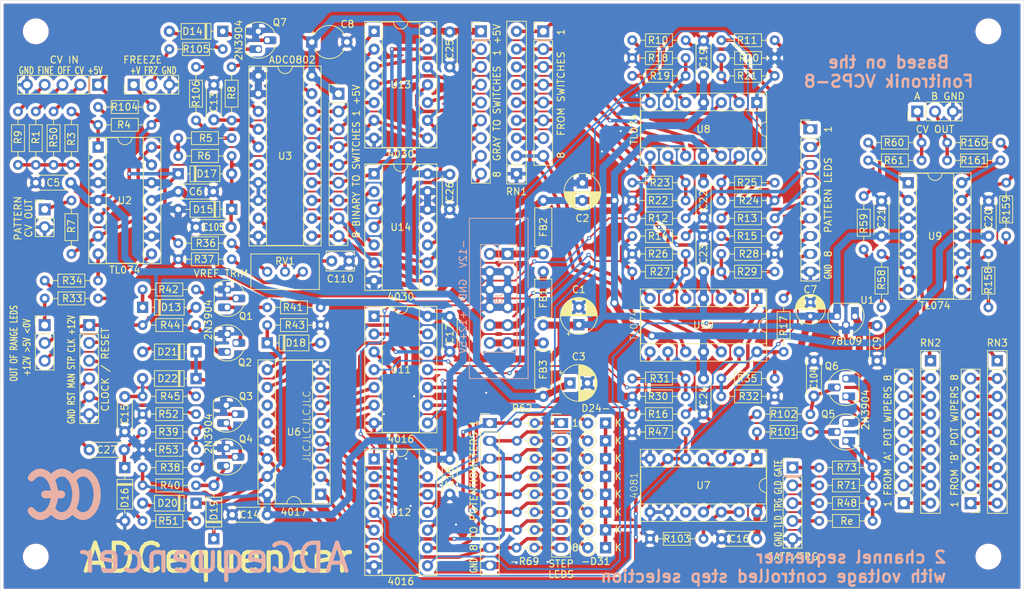
<source format=kicad_pcb>
(kicad_pcb (version 20221018) (generator pcbnew)
  (layers (0 "F.Cu" signal) (31 "B.Cu" signal) (34 "B.Paste" user) (35 "F.Paste" user) (36 "B.SilkS" user "B.Silkscreen") (37 "F.SilkS" user "F.Silkscreen") (38 "B.Mask" user) (39 "F.Mask" user) (44 "Edge.Cuts" user))
  (net 0 "")
  (net 1 "+12V")
  (net 2 "GND")
  (net 3 "-12V")
  (net 4 "+5V")
  (net 5 "+9V")
  (net 6 "Net-(U3-CLK)")
  (net 7 "Net-(D22-A)")
  (net 8 "/RESET")
  (net 9 "Net-(D16-K)")
  (net 10 "Net-(D13-K)")
  (net 11 "/CLK")
  (net 12 "Net-(D14-K)")
  (net 13 "Net-(D14-A)")
  (net 14 "Net-(D15-K)")
  (net 15 "Net-(D18-K)")
  (net 16 "Net-(D18-A)")
  (net 17 "Net-(D19-A)")
  (net 18 "Net-(D20-A)")
  (net 19 "Net-(D21-K)")
  (net 20 "Net-(D21-A)")
  (net 21 "Net-(D24-K)")
  (net 22 "/POT1")
  (net 23 "Net-(J8-Pin_10)")
  (net 24 "Net-(J8-Pin_1)")
  (net 25 "Net-(J8-Pin_11)")
  (net 26 "/MAN_STP")
  (net 27 "/MAN_RST")
  (net 28 "/L1")
  (net 29 "/L5")
  (net 30 "/L2")
  (net 31 "/L6")
  (net 32 "/L3")
  (net 33 "/L7")
  (net 34 "/L4")
  (net 35 "/L8")
  (net 36 "/GATE_OUT")
  (net 37 "/GATE_LED")
  (net 38 "/TRG_OUT")
  (net 39 "/TRG_LED")
  (net 40 "/W1A")
  (net 41 "/W2A")
  (net 42 "/W3A")
  (net 43 "/W4A")
  (net 44 "/W5A")
  (net 45 "/W6A")
  (net 46 "/W7A")
  (net 47 "/W8A")
  (net 48 "/W1B")
  (net 49 "/W2B")
  (net 50 "/W3B")
  (net 51 "/W4B")
  (net 52 "/W5B")
  (net 53 "/W6B")
  (net 54 "/W7B")
  (net 55 "/W8B")
  (net 56 "/OUTB")
  (net 57 "/OUTA")
  (net 58 "/ADC board/CV_IN")
  (net 59 "/ADC board/OFFSET")
  (net 60 "/ADC board/FINE")
  (net 61 "/ADC board/PCV")
  (net 62 "/ADC board/F+V")
  (net 63 "/ADC board/FRZ")
  (net 64 "/ADC board/<0V")
  (net 65 "/ADC board/>5V")
  (net 66 "/ADC board/B1")
  (net 67 "/ADC board/B2")
  (net 68 "/ADC board/B3")
  (net 69 "/ADC board/B4")
  (net 70 "/ADC board/B5")
  (net 71 "/ADC board/B6")
  (net 72 "/ADC board/B7")
  (net 73 "/ADC board/B8")
  (net 74 "/ADC board/G1")
  (net 75 "/ADC board/G2")
  (net 76 "/ADC board/G3")
  (net 77 "/ADC board/G4")
  (net 78 "/ADC board/G5")
  (net 79 "/ADC board/G6")
  (net 80 "/ADC board/G7")
  (net 81 "/ADC board/ST1")
  (net 82 "/ADC board/ST2")
  (net 83 "/ADC board/ST3")
  (net 84 "/ADC board/ST4")
  (net 85 "/ADC board/ST5")
  (net 86 "/ADC board/ST6")
  (net 87 "/ADC board/ST7")
  (net 88 "/ADC board/ST8")
  (net 89 "/ADC board/PLD1")
  (net 90 "/ADC board/PLD2")
  (net 91 "/ADC board/PLD3")
  (net 92 "/ADC board/PLD4")
  (net 93 "/ADC board/PLD5")
  (net 94 "/ADC board/PLD6")
  (net 95 "/ADC board/PLD7")
  (net 96 "/ADC board/PLD8")
  (net 97 "Net-(Q1-B)")
  (net 98 "Net-(Q1-C)")
  (net 99 "Net-(Q3-B)")
  (net 100 "Net-(Q3-C)")
  (net 101 "Net-(Q5-E)")
  (net 102 "Net-(Q5-B)")
  (net 103 "Net-(Q6-E)")
  (net 104 "Net-(Q6-B)")
  (net 105 "Net-(Q7-C)")
  (net 106 "Net-(U2A--)")
  (net 107 "Net-(R3-Pad2)")
  (net 108 "Net-(U2B--)")
  (net 109 "Net-(U3-CLKR)")
  (net 110 "STEP1")
  (net 111 "STEP2")
  (net 112 "STEP3")
  (net 113 "STEP4")
  (net 114 "STEP5")
  (net 115 "STEP6")
  (net 116 "STEP7")
  (net 117 "STEP8")
  (net 118 "Net-(U8B--)")
  (net 119 "Net-(U8A--)")
  (net 120 "Net-(U8C--)")
  (net 121 "Net-(U8D--)")
  (net 122 "Net-(U10B--)")
  (net 123 "Net-(U10A--)")
  (net 124 "Net-(U10C--)")
  (net 125 "Net-(U10D--)")
  (net 126 "Net-(R33-Pad1)")
  (net 127 "Net-(R34-Pad1)")
  (net 128 "Net-(R36-Pad1)")
  (net 129 "Net-(R37-Pad2)")
  (net 130 "Net-(RN3-common)")
  (net 131 "Net-(R58-Pad2)")
  (net 132 "Net-(U9A--)")
  (net 133 "Net-(R61-Pad1)")
  (net 134 "Net-(R101-Pad1)")
  (net 135 "Net-(R102-Pad1)")
  (net 136 "Net-(U3-INTR)")
  (net 137 "Net-(RN2-common)")
  (net 138 "Net-(R158-Pad2)")
  (net 139 "Net-(U9D--)")
  (net 140 "Net-(R161-Pad1)")
  (net 141 "Net-(U3-VREF)")
  (net 142 "/SS6")
  (net 143 "/SS2")
  (net 144 "/SS1")
  (net 145 "/SS3")
  (net 146 "/SS7")
  (net 147 "/SS8")
  (net 148 "/SS4")
  (net 149 "/SS5")
  (net 152 "Net-(U7-Pad2)")
  (net 155 "/POT2")
  (net 156 "/POT3")
  (net 157 "/POT4")
  (net 158 "/POT5")
  (net 159 "/POT6")
  (net 160 "/POT7")
  (net 161 "/POT8")
  (net 162 "Net-(U2D--)")
  (footprint "CGE_footprints:D_DO-35_SOD27_P2.54mm_Vertical_KathodeUp" (layer "F.Cu") (at 172.72 129.54 180)
    (fp_text reference "D28" hide)
    (fp_text value "1N914")
  )
  (footprint "CGE_footprints:C_Disc_D4.3mm_W1.9mm_P5.00mm" (layer "F.Cu") (at 114.3 91.44)
    (fp_text reference "C105")
    (fp_text value "100n")
  )
  (footprint "CGE_footprints:R_Axial_DIN0204_L3.6mm_D1.6mm_P7.62mm_Horizontal" (layer "F.Cu") (at 176.53 95.25)
    (fp_text reference "R26")
    (fp_text value "10k")
  )
  (footprint "CGE_footprints:R_Axial_DIN0204_L3.6mm_D1.6mm_P7.62mm_Horizontal" (layer "F.Cu") (at 106.68 100.33)
    (fp_text reference "R42")
    (fp_text value "47k")
  )
  (footprint "CGE_footprints:R_Axial_DIN0204_L3.6mm_D1.6mm_P7.62mm_Horizontal" (layer "F.Cu") (at 210.82 125.73 180)
    (fp_text reference "R73")
    (fp_text value "1k")
  )
  (footprint "Package_DIP:DIP-14_W7.62mm_Socket" (layer "F.Cu") (at 215.9 85.09)
    (fp_text reference "U9")
    (fp_text value "TL074")
  )
  (footprint "CGE_footprints:R_Axial_DIN0204_L3.6mm_D1.6mm_P7.62mm_Horizontal" (layer "F.Cu") (at 189.23 85.09)
    (fp_text reference "R25")
    (fp_text value "20k")
  )
  (footprint "CGE_footprints:R_Axial_DIN0204_L3.6mm_D1.6mm_P7.62mm_Horizontal" (layer "F.Cu") (at 124.46 102.87)
    (fp_text reference "R41")
    (fp_text value "47k")
  )
  (footprint "Connector_PinHeader_2.54mm:PinHeader_1x02_P2.54mm_Vertical" (layer "F.Cu") (at 92.71 88.9)
    (fp_text reference "J20" hide)
    (fp_text value "PCVOUT")
  )
  (footprint "CGE_footprints:C_Disc_D4.3mm_W1.9mm_P5.00mm" (layer "F.Cu") (at 124.46 132.461 180)
    (fp_text reference "C14")
    (fp_text value "100n")
  )
  (footprint "MountingHole:MountingHole_3.2mm_M3" (layer "F.Cu") (at 227.33 138.43)
    (fp_text reference "REF3" hide)
    (fp_text value "Hole_3.2mm")
  )
  (footprint "CGE_footprints:R_Axial_DIN0204_L3.6mm_D1.6mm_P7.62mm_Horizontal" (layer "F.Cu") (at 210.185 79.375)
    (fp_text reference "R60")
    (fp_text value "100k")
  )
  (footprint "CGE_footprints:C_Disc_D4.3mm_W1.9mm_P5.00mm" (layer "F.Cu") (at 186.69 85.09 -90)
    (fp_text reference "C22")
    (fp_text value "100n")
  )
  (footprint "CGE_footprints:R_Axial_DIN0204_L3.6mm_D1.6mm_P7.62mm_Horizontal" (layer "F.Cu") (at 176.53 90.17)
    (fp_text reference "R12")
    (fp_text value "6k8")
  )
  (footprint "CGE_footprints:C_Disc_D4.3mm_W1.9mm_P5.00mm" (layer "F.Cu") (at 150.495 124.54 -90)
    (fp_text reference "C18")
    (fp_text value "100n")
  )
  (footprint "MountingHole:MountingHole_3.2mm_M3" (layer "F.Cu") (at 91.44 138.43)
    (fp_text reference "REF4" hide)
    (fp_text value "Hole_3.2mm")
  )
  (footprint "CGE_footprints:R_Axial_DIN0204_L3.6mm_D1.6mm_P7.62mm_Horizontal" (layer "F.Cu") (at 176.53 64.77)
    (fp_text reference "R10")
    (fp_text value "6k8")
  )
  (footprint "CGE_footprints:R_Axial_DIN0204_L3.6mm_D1.6mm_P7.62mm_Horizontal" (layer "F.Cu") (at 210.185 81.915)
    (fp_text reference "R61")
    (fp_text value "470R")
  )
  (footprint "Connector_PinHeader_2.54mm:PinHeader_1x08_P2.54mm_Vertical" (layer "F.Cu") (at 224.79 130.81 180)
    (fp_text reference "J17" hide)
    (fp_text value "WIPERS B")
  )
  (footprint "CGE_footprints:R_Axial_DIN0204_L3.6mm_D1.6mm_P7.62mm_Horizontal" (layer "F.Cu") (at 91.44 74.93 -90)
    (fp_text reference "R1")
    (fp_text value "100k")
  )
  (footprint "CGE_footprints:R_Axial_DIN0204_L3.6mm_D1.6mm_P7.62mm_Horizontal" (layer "F.Cu") (at 114.3 105.41 180)
    (fp_text reference "R44")
    (fp_text value "10k")
  )
  (footprint "Resistor_THT:R_Array_SIP9" (layer "F.Cu") (at 160.02 83.82 90)
    (fp_text reference "RN1")
    (fp_text value "100k")
  )
  (footprint "Connector_PinHeader_2.54mm:PinHeader_1x03_P2.54mm_Vertical" (layer "F.Cu") (at 92.71 105.41)
    (fp_text reference "J25" hide)
    (fp_text value "OORLED")
  )
  (footprint "Capacitor_THT:CP_Radial_D5.0mm_P2.50mm" (layer "F.Cu") (at 167.64 113.665)
    (fp_text reference "C3")
    (fp_text value "10u")
  )
  (footprint "CGE_footprints:D_DO-35_SOD27_P7.62mm_Horizontal" (layer "F.Cu") (at 116.84 135.89 90)
    (fp_text reference "D19")
    (fp_text value "1N914")
  )
  (footprint "CGE_footprints:C_Disc_D4.3mm_W1.9mm_P5.00mm" (layer "F.Cu") (at 104.14 115.61 -90)
    (fp_text reference "C15")
    (fp_text value "100n")
  )
  (footprint "CGE_footprints:R_Axial_DIN0204_L3.6mm_D1.6mm_P7.62mm_Horizontal" (layer "F.Cu") (at 100.33 76.835)
    (fp_text reference "R4")
    (fp_text value "100k")
  )
  (footprint "Package_TO_SOT_THT:TO-92_HandSolder" (layer "F.Cu") (at 118.745 100.33 -90)
    (fp_text reference "Q1")
    (fp_text value "2N3904")
  )
  (footprint "Inductor_THT:L_Axial_L5.3mm_D2.2mm_P7.62mm_Horizontal_Vishay_IM-1" (layer "F.Cu") (at 163.83 87.63 -90)
    (fp_text reference "FB2")
    (fp_text value "FB")
  )
  (footprint "CGE_footprints:D_DO-35_SOD27_P7.62mm_Horizontal" (layer "F.Cu") (at 119.38 88.9 180)
    (fp_text reference "D15")
    (fp_text value "BAT43")
  )
  (footprint "Connector_PinHeader_2.54mm:PinHeader_1x08_P2.54mm_Vertical" (layer "F.Cu") (at 215.265 130.81 180)
    (fp_text reference "J16" hide)
    (fp_text value "WIPERS A")
  )
  (footprint "Resistor_THT:R_Axial_DIN0204_L3.6mm_D1.6mm_P2.54mm_Vertical" (layer "F.Cu") (at 162.61 127 180)
    (fp_text reference "R65" hide)
    (fp_text value "18k")
  )
  (footprint "CGE_footprints:R_Axial_DIN0204_L3.6mm_D1.6mm_P7.62mm_Horizontal" (layer "F.Cu") (at 106.68 118.11)
    (fp_text reference "R52")
    (fp_text value "100k")
  )
  (footprint "Connector_PinHeader_2.54mm:PinHeader_1x09_P2.54mm_Vertical" (layer "F.Cu") (at 201.93 77.47)
    (fp_text reference "J29" hide)
    (fp_text value "PLEDS")
  )
  (footprint "Connector_PinHeader_2.54mm:PinHeader_1x09_P2.54mm_Vertical" (layer "F.Cu") (at 134.62 72.4)
    (fp_text reference "J26" hide)
    (fp_text value "BIN_TO_SW")
  )
  (footprint "CGE_footprints:R_Axial_DIN0204_L3.6mm_D1.6mm_P7.62mm_Horizontal" (layer "F.Cu") (at 176.53 87.63)
    (fp_text reference "R22")
    (fp_text value "10k")
  )
  (footprint "CGE_footprints:C_Disc_D4.3mm_W1.9mm_P5.00mm" (layer "F.Cu") (at 116.84 71.12 -90)
    (fp_text reference "C13")
    (fp_text value "150p")
  )
  (footprint "CGE_footprints:D_DO-35_SOD27_P2.54mm_Vertical_KathodeUp" (layer "F.Cu") (at 172.72 119.38 180)
    (fp_text reference "D24" hide)
    (fp_text value "1N914")
  )
  (footprint "CGE_footprints:C_Disc_D4.3mm_W1.9mm_P5.00mm" (layer "F.Cu") (at 202.438 115.53 90)
    (fp_text reference "C104")
    (fp_text value "1n")
  )
  (footprint "Package_TO_SOT_THT:TO-92_HandSolder" (layer "F.Cu") (at 123.19 63.5 -90)
    (fp_text reference "Q7")
    (fp_text value "2N3904")
  )
  (footprint "Package_DIP:DIP-14_W7.62mm_Socket" (layer "F.Cu") (at 100.33 80.01)
    (fp_text reference "U2")
    (fp_text value "TL074")
  )
  (footprint "CGE_footprints:D_DO-35_SOD27_P7.62mm_Horizontal" (layer "F.Cu") (at 111.76 83.82)
    (fp_text reference "D17")
    (fp_text value "BAT43")
  )
  (footprint "CGE_footprints:R_Axial_DIN0204_L3.6mm_D1.6mm_P7.62mm_Horizontal" (layer "F.Cu") (at 212.09 95.25 -90)
    (fp_text reference "R58")
    (fp_text value "100k")
  )
  (footprint "CGE_footprints:R_Axial_DIN0204_L3.6mm_D1.6mm_P7.62mm_Horizontal" (layer "F.Cu") (at 189.23 69.85)
    (fp_text reference "R21")
    (fp_text value "20k")
  )
  (footprint "CGE_footprints:R_Axial_DIN0204_L3.6mm_D1.6mm_P7.62mm_Horizontal" (layer "F.Cu") (at 189.23 92.71)
    (fp_text reference "R15")
    (fp_text value "6k8")
  )
  (footprint "CGE_footprints:R_Axial_DIN0204_L3.6mm_D1.6mm_P7.62mm_Horizontal" (layer "F.Cu") (at 110.49 66.04)
    (fp_text reference "R105")
    (fp_text value "27k")
  )
  (footprint "Package_DIP:DIP-14_W7.62mm_Socket" (layer "F.Cu") (at 139.7 104.14)
    (fp_text reference "U11")
    (fp_text value "4016")
  )
  (footprint "CGE_footprints:R_Axial_DIN0204_L3.6mm_D1.6mm_P7.62mm_Horizontal" (layer "F.Cu") (at 196.85 115.57 180)
    (fp_text reference "R32")
    (fp_text value "10k")
  )
  (footprint "CGE_footprints:R_Axial_DIN0204_L3.6mm_D1.6mm_P7.62mm_Horizontal" (layer "F.Cu") (at 184.15 113.03 180)
    (fp_text reference "R31")
    (fp_text value "20k")
  )
  (footprint "Resistor_THT:R_Axial_DIN0204_L3.6mm_D1.6mm_P2.54mm_Vertical" (layer "F.Cu") (at 162.61 129.54 180)
    (fp_text reference "R66" hide)
    (fp_text value "18k")
  )
  (footprint "Connector_PinHeader_2.54mm:PinHeader_1x05_P2.54mm_Vertical" (layer "F.Cu") (at 100.33 71.12 -90)
    (fp_text reference "J19" hide)
    (fp_text value "CV IN")
  )
  (footprint "Connector_PinHeader_2.54mm:PinHeader_1x05_P2.54mm_Vertical" (layer "F.Cu") (at 199.39 125.73)
    (fp_text reference "J15" hide)
    (fp_text value "GATE/TRG")
  )
  (footprint "CGE_footprints:R_Axial_DIN0204_L3.6mm_D1.6mm_P7.62mm_Horizontal" (layer "F.Cu") (at 210.82 128.27 180)
    (fp_text reference "R71")
    (fp_text value "39k")
  )
  (footprint "CGE_footprints:D_DO-35_SOD27_P7.62mm_Horizontal" (layer "F.Cu") (at 104.14 125.73 -90)
    (fp_text reference "D16")
    (fp_text value "1N914")
  )
  (footprint "CGE_footprints:D_DO-35_SOD27_P7.62mm_Horizontal" (layer "F.Cu") (at 106.68 102.87)
    (fp_text reference "D13")
    (fp_text value "1N914")
  )
  (footprint "CGE_footprints:R_Axial_DIN0204_L3.6mm_D1.6mm_P7.62mm_Horizontal" (layer "F.Cu") (at 194.31 118.11)
    (fp_text reference "R102")
    (fp_text value "22k")
  )
  (footprint "CGE_footprints:R_Axial_DIN0204_L3.6mm_D1.6mm_P7.62mm_Horizontal" (layer "F.Cu") (at 229.07 79.375 180)
    (fp_text reference "R160")
    (fp_text value "100k")
  )
  (footprint "Capacitor_THT:CP_Radial_D5.0mm_P2.50mm" (layer "F.Cu") (at 169.418 85.13 -90)
    (fp_text reference "C2")
    (fp_text value "10u")
  )
  (footprint "Package_DIP:DIP-20_W7.62mm_Socket" (layer "F.Cu") (at 123.19 69.85)
    (fp_text reference "U3")
    (fp_text value "ADC0802")
  )
  (footprint "CGE_footprints:R_Axial_DIN0204_L3.6mm_D1.6mm_P7.62mm_Horizontal" (layer "F.Cu") (at 176.53 92.71)
    (fp_text reference "R14")
    (fp_text value "6k8")
  )
  (footprint "Package_TO_SOT_THT:TO-92_HandSolder" (layer "F.Cu") (at 118.618 122.936 -90)
    (fp_text reference "Q4")
    (fp_text value "2N3904")
  )
  (footprint "CGE_footprints:C_Disc_D4.3mm_W1.9mm_P5.00mm" (layer "F.Cu") (at 111.76 86.36)
    (fp_text reference "C6")
    (fp_text value "100n")
  )
  (footprint "CGE_footprints:R_Axial_DIN0204_L3.6mm_D1.6mm_P7.62mm_Horizontal" (layer "F.Cu") (at 227.33 95.25 -90)
    (fp_text reference "R158")
    (fp_text value "100k")
  )
  (footprint "CGE_footprints:R_Axial_DIN0204_L3.6mm_D1.6mm_P7.62mm_Horizontal" (layer "F.Cu") (at 100.33 101.6 180)
    (fp_text reference "R33")
    (fp_text value "39k")
  )
  (footprint "CGE_footprints:R_Axial_DIN0204_L3.6mm_D1.6mm_P7.62mm_Horizontal" (layer "F.Cu") (at 111.76 96.012)
    (fp_text reference "R37")
    (fp_text value "51k")
  )
  (footprint "Capacitor_THT:CP_Radial_D5.0mm_P2.50mm" (layer "F.Cu") (at 168.91 105.3451 90)
    (fp_text reference "C1")
    (fp_text value "10u")
  )
  (footprint "CGE_footprints:D_DO-35_SOD27_P7.62mm_Horizontal" (layer "F.Cu") (at 118.11 63.5 180)
    (fp_text reference "D14")
    (fp_text value "1N914")
  )
  (footprint "Package_DIP:DIP-16_W7.62mm_Socket" (layer "F.Cu") (at 132.08 129.54 180)
    (fp_text reference "U6")
    (fp_text value "4017")
  )
  (footprint "Inductor_THT:L_Axial_L5.3mm_D2.2mm_P7.62mm_Horizontal_Vishay_IM-1" (layer "F.Cu") (at 163.83 105.41 90)
    (fp_text reference "FB1")
    (fp_text value "FB")
  )
  (footprint "Resistor_THT:R_Array_SIP9" (layer "F.Cu") (at 228.6 110.49 -90)
    (fp_text reference "RN3")
    (fp_text value "100k")
  )
  (footprint "CGE_footprints:R_Axial_DIN0204_L3.6mm_D1.6mm_P7.62mm_Horizontal" (layer "F.Cu") (at 196.85 87.63 180)
    (fp_text reference "R24")
    (fp_text value "10k")
  )
  (footprint "CGE_footprints:D_DO-35_SOD27_P2.54mm_Vertical_KathodeUp" (layer "F.Cu") (at 172.72 132.08 180)
    (fp_text reference "D29" hide)
    (fp_text value "1N914")
  )
  (footprint "CGE_footprints:R_Axial_DIN0204_L3.6mm_D1.6mm_P7.62mm_Horizontal" (layer "F.Cu") (at 176.53 115.57)
    (fp_text reference "R30")
    (fp_text value "10k")
  )
  (footprint "CGE_footprints:R_Axial_DIN0204_L3.6mm_D1.6mm_P7.62mm_Horizontal" (layer "F.Cu") (at 179.07 135.89)
    (fp_text reference "R103")
    (fp_text value "100k")
  )
  (footprint "Package_DIP:DIP-14_W7.62mm_Socket" (layer "F.Cu") (at 139.7 83.82)
    (fp_text reference "U14")
    (fp_text value "4030")
  )
  (footprint "Connector_PinHeader_2.54mm:PinHeader_1x06_P2.54mm_Vertical" (layer "F.Cu") (at 99.06 105.41)
    (fp_text reference "J1" hide)
    (fp_text value "CLK/RST")
  )
  (footprint "CGE_footprints:R_Axial_DIN0204_L3.6mm_D1.6mm_P7.62mm_Horizontal" (layer "F.Cu") (at 93.98 74.93 -90)
    (fp_text reference "R50")
    (fp_text value "100k")
  )
  (footprint "CGE_footprints:R_Axial_DIN0204_L3.6mm_D1.6mm_P7.62mm_Horizontal" (layer "F.Cu") (at 111.76 81.28)
    (fp_text reference "R6")
    (fp_text value "10k")
  )
  (footprint "CGE_footprints:C_Disc_D4.3mm_W1.9mm_P5.00mm" (layer "F.Cu") (at 211.455 105.49 -90)
    (fp_text reference "C9")
    (fp_text value "100n")
  )
  (footprint "Resistor_THT:R_Axial_DIN0204_L3.6mm_D1.6mm_P2.54mm_Vertical" (layer "F.Cu") (at 162.61 119.38 180)
    (fp_text reference "R62" hide)
    (fp_text value "18k")
  )
  (footprint "CGE_footprints:R_Axial_DIN0204_L3.6mm_D1.6mm_P7.62mm_Horizontal" (layer "F.Cu") (at 119.38 78.74 180)
    (fp_text reference "R5")
    (fp_text value "100k")
  )
  (footprint "CGE_footprints:D_DO-35_SOD27_P2.54mm_Vertical_KathodeUp" (layer "F.Cu") (at 172.72 137.16 180)
    (fp_text reference "D31" hide)
    (fp_text value "1N914")
  )
  (footprint "CGE_footprints:R_Axial_DIN0204_L3.6mm_D1.6mm_P7.62mm_Horizontal" (layer "F.Cu") (at 189.23 113.03)
    (fp_text reference "R35")
    (fp_text value "20k")
  )
  (footprint "Package_DIP:DIP-14_W7.62mm_Socket" (layer "F.Cu") (at 139.7 63.5)
    (fp_text reference "U13")
    (fp_text value "4030")
  )
  (footprint "CGE_footprints:R_Axial_DIN0204_L3.6mm_D1.6mm_P7.62mm_Horizontal" (layer "F.Cu") (at 114.3 125.73 180)
    (fp_text reference "R38")
    (fp_text value "10k")
  )
  (footprint "CGE_footprints:R_Axial_DIN0204_L3.6mm_D1.6mm_P7.62mm_Horizontal" (layer "F.Cu") (at 119.38 68.58 -90)
    (fp_text reference "R8")
    (fp_text value "10k")
  )
  (footprint "CGE_footprints:R_Axial_DIN0204_L3.6mm_D1.6mm_P7.62mm_Horizontal" (layer "F.Cu") (at 184.15 85.09 180)
    (fp_text reference "R23")
    (fp_text value "20k")
  )
  (footprint "CGE_footprints:R_Axial_DIN0204_L3.6mm_D1.6mm_P7.62mm_Horizontal" (layer "F.Cu") (at 106.68 120.65)
    (fp_text reference "R39")
    (fp_text value "47k")
  )
  (footprint "CGE_footprints:R_Axial_DIN0204_L3.6mm_D1.6mm_P7.62mm_Horizontal" (layer "F.Cu") (at 100.33 99.06 180)
    (fp_text reference "R34")
    (fp_text value "18k")
  )
  (footprint "Resistor_THT:R_Axial_DIN0204_L3.6mm_D1.6mm_P2.54mm_Vertical" (layer "F.Cu") (at 162.56 137.16 180)
    (fp_text reference "R69" hide)
    (fp_text value "18k")
  )
  (footprint "CGE_footprints:D_DO-35_SOD27_P2.54mm_Vertical_KathodeUp" (layer "F.Cu") (at 172.72 127 180)
    (fp_text reference "D27" hide)
    (fp_text value "1N914")
  )
  (footprint "Resistor_THT:R_Axial_DIN0204_L3.6mm_D1.6mm_P2.54mm_Vertical" (layer "F.Cu") (at 162.61 124.46 180)
    (fp_text reference "R64" hide)
    (fp_text value "18k")
  )
  (footprint "CGE_footprints:D_DO-35_SOD27_P7.62mm_Horizontal" (layer "F.Cu") (at 114.3 113.03 180)
    (fp_text reference "D22")
    (fp_text value "1N914")
  )
  (footprint "CGE_footprints:C_Disc_D4.3mm_W1.9mm_P5.00mm" (layer "F.Cu") (at 212.09 92.71 90)
    (fp_text reference "C21")
    (fp_text value "100n")
  )
  (footprint "CGE_footprints:R_Axial_DIN0204_L3.6mm_D1.6mm_P7.62mm_Horizontal" (layer "F.Cu") (at 96.52 87.63 -90)
    (fp_text reference "R7")
    (fp_text value "1k")
  )
  (footprint "CGE_footprints:R_Axial_DIN0204_L3.6mm_D1.6mm_P7.62mm_Horizontal" (layer "F.Cu") (at 189.23 90.17)
    (fp_text reference "R13")
    (fp_text value "6k8")
  )
  (footprint "Package_DIP:DIP-14_W7.62mm_Socket" (layer "F.Cu") (at 139.7 124.5)
    (fp_text reference "U12")
    (fp_text value "4016")
  )
  (footprint "CGE_footprints:C_Disc_D4.3mm_W1.9mm_P5.00mm" (layer "F.Cu") (at 150.495 104.18 -90)
    (fp_text reference "C17")
    (fp_text value "100n")
  )
  (footprint "CGE_footprints:R_Axial_DIN0204_L3.6mm_D1.6mm_P7.62mm_Horizontal" (layer "F.Cu") (at 210.82 133.35 180)
    (fp_text reference "Re")
    (fp_text value "39k")
  )
  (footprint "Connector_PinHeader_2.54mm:PinHeader_1x08_P2.54mm_Vertical" (layer "F.Cu") (at 163.83 63.5)
    (fp_text reference "J28" hide)
    (fp_text value "FROM_SW")
  )
  (footprint "CGE_footprints:R_Axial_DIN0204_L3.6mm_D1.6mm_P7.62mm_Horizontal" (layer "F.Cu") (at 106.68 123.19)
    (fp_text reference "R53")
    (fp_text value "100k")
  )
  (footprint "CGE_footprints:R_Axial_DIN0204_L3.6mm_D1.6mm_P7.62mm_Horizontal" (layer "F.Cu") (at 194.31 120.65)
    (fp_text reference "R101")
    (fp_text value "10k")
  )
  (footprint "CGE_footprints:R_Axial_DIN0204_L3.6mm_D1.6mm_P7.62mm_Horizontal" (layer "F.Cu") (at 210.82 130.81 180)
    (fp_text reference "R48")
    (fp_text value "1k")
  )
  (footprint "CGE_footprints:R_Axial_DIN0204_L3.6mm_D1.6mm_P7.62mm_Horizontal" (layer "F.Cu") (at 107.95 74.295 180)
    (fp_text reference "R104")
    (fp_text value "12k")
  )
  (footprint "CGE_footprints:R_Axial_DIN0204_L3.6mm_D1.6mm_P7.62mm_Horizontal" (layer "F.Cu") (at 229.07 81.915 180)
    (fp_text reference "R161")
    (fp_text value "470R")
  )
  (footprint "Resistor_THT:R_Axial_DIN0204_L3.6mm_D1.6mm_P2.54mm_Vertical" (layer "F.Cu") (at 162.61 132.08 180)
    (fp_text reference "R67" hide)
    (fp_text value "18k")
  )
  (footprint "CGE_footprints:R_Axial_DIN0204_L3.6mm_D1.6mm_P7.62mm_Horizontal" (layer "F.Cu") (at 88.9 74.93 -90)
    (fp_text reference "R9")
    (fp_text value "2M2")
  )
  (footprint "CGE_footprints:R_Axial_DIN0204_L3.6mm_D1.6mm_P7.62mm_Horizontal" (layer "F.Cu") (at 196.85 95.25 180)
    (fp_text reference "R28")
    (fp_text value "10k")
  )
  (footprint "Connector_PinHeader_2.54mm:PinHeader_1x09_P2.54mm_Vertical" (layer "F.Cu") (at 156.21 119.38)
    (fp_text reference "J6" hide)
    (fp_text value "TO_POTS")
  )
  (footprint "Inductor_THT:L_Axial_L5.3mm_D2.2mm_P7.62mm_Horizontal_Vishay_IM-1" (layer "F.Cu") (at 163.83 115.57 90)
    (fp_text reference "FB3")
    (fp_text value "FB")
  )
  (footprint "CGE_footprints:R_Axial_DIN0204_L3.6mm_D1.6mm_P7.62mm_Horizontal" (layer "F.Cu") (at 229.87 92.71 90)
    (fp_text reference "R159")
    (fp_text value "100k")
  )
  (footprint "CGE_footprints:R_Axial_DIN0204_L3.6mm_D1.6mm_P7.62mm_Horizontal" (layer "F.Cu") (at 106.68 133.35)
    (fp_text reference "R51")
    (fp_text value "10k")
  )
  (footprint "Package_TO_SOT_THT:TO-92_HandSolder" (layer "F.Cu") (at 207.01 121.92 90)
    (fp_text reference "Q5")
    (fp_text value "2N3904")
  )
  (footprint "MountingHole:MountingHole_3.2mm_M3" (layer "F.Cu") (at 227.33 63.5)
    (fp_text reference "REF2" hide)
    (fp_text value "Hole_3.2mm")
  )
  (footprint "Package_TO_SOT_THT:TO-92_HandSolder" (layer "F.Cu") (at 118.618 116.84 -90)
    (fp_text reference "Q3")
    (fp_text value "2N3904")
  )
  (footprint "Package_DIP:DIP-14_W7.62mm_Socket" (layer "F.Cu") (at 194.31 101.6 -90)
    (fp_text reference "U10")
    (fp_text value "TL074")
  )
  (footprint "Connector_PinHeader_2.54mm:PinHeader_1x09_P2.54mm_Vertical" (layer "F.Cu") (at 154.94 63.5)
    (fp_text reference "J27" hide)
    (fp_text value "GRAY_TO_SW")
  )
  (footprint "CGE_footprints:R_Axial_DIN0204_L3.6mm_D1.6mm_P7.62mm_Horizontal" (layer "F.Cu") (at 189.23 64.77)
    (fp_text reference "R11")
    (fp_text value "6k8")
  )
  (footprint "CGE_footprints:R_Axial_DIN0204_L3.6mm_D1.6mm_P7.62mm_Horizontal" (layer "F.Cu") (at 189.23 97.79)
    (fp_text reference "R29")
    (fp_text value "20k")
  )
  (footprint "CGE_footprints:C_Disc_D4.3mm_W1.9mm_P5.00mm" (layer "F.Cu") (at 194.27 135.89 180)
    (fp_text reference "C16")
    (fp_text value "100n")
  )
  (footprint "Connector_PinHeader_2.54mm:PinHeader_1x08_P2.54mm_Vertical" (layer "F.Cu") (at 166.37 119.38)
    (fp_text reference "J7" hide)
    (fp_text value "STEP_LEDS")
  )
  (footprint "CGE_footprints:R_Axial_DIN0204_L3.6mm_D1.6mm_P7.62mm_Horizontal" (layer "F.Cu") (at 176.53 118.11)
    (fp_text reference "R16")
    (fp_text value "6k8")
  )
  (footprint "CGE_footprints:C_Disc_D4.3mm_W1.9mm_P5.00mm" (layer "F.Cu") (at 227.37 92.71 90)
    (fp_text reference "C20")
    (fp_text value "100n")
  )
  (footprint "CGE_footprints:R_Axial_DIN0204_L3.6mm_D1.6mm_P7.62mm_Horizontal" (layer "F.Cu") (at 114.3 68.58 -90)
    (fp_text reference "R106")
    (fp_text value "10k")
  )
  (footprint "CGE_footprints:R_Axial_DIN0204_L3.6mm_D1.6mm_P7.62mm_Horizontal" (layer "F.Cu") (at 184.15 97.79 180)
    (fp_text reference "R27")
    (fp_text value "20k")
  )
  (footprint "Resistor_THT:R_Axial_DIN0204_L3.6mm_D1.6mm_P2.54mm_Vertical" (layer "F.Cu") (at 162.61 134.62 180)
    (fp_text reference "R68" hide)
    (fp_text value "18k")
  )
  (footprint "CGE_footprints:R_Axial_DIN0204_L3.6mm_D1.6mm_P7.62mm_Horizontal" (layer "F.Cu") (at 176.53 120.65)
    (fp_text reference "R47")
    (fp_text value "100k")
  )
  (footprint "CGE_footprints:C_Disc_D4.3mm_W1.9mm_P5.00mm" (layer "F.Cu") (at 150.495 63.58 -90)
    (fp_text reference "C25")
    (fp_text value "100n")
  )
  (footprint "MountingHole:MountingHole_3.2mm_M3" (layer "F.Cu") (at 91.44 63.5)
    (fp_text reference "REF1" hide)
    (fp_text value "Hole_3.2mm")
  )
  (footprint "CGE_footprints:R_Axial_DIN0204_L3.6mm_D1.6mm_P7.62mm_Horizontal" (layer "F.Cu") (at 176.53 67.31)
    (fp_text reference "R18")
    (fp_text value "10k")
  )
  (footprint "Package_TO_SOT_THT:TO-92_HandSolder" (layer "F.Cu") (at 208.28 104.14 180)
    (fp_text reference "U1")
    (fp_text value "L78L09_TO92")
  )
  (footprint "CGE_footprints:D_DO-35_SOD27_P2.54mm_Vertical_KathodeUp" (layer "F.Cu") (at 172.72 134.62 180)
    (fp_text reference "D30" hide)
    (fp_text value "1N914")
  )
  (footprint "Package_DIP:DIP-14_W7.62mm_Socket" (layer "F.Cu") (at 194.31 124.46 -90)
    (fp_text reference "U7")
    (fp_text value "4081")
  )
  (footprint "CGE_footprints:R_Axial_DIN0204_L3.6mm_D1.6mm_P7.62mm_Horizontal" (layer "F.Cu") (at 198.12 109.22 90)
    (fp_text reference "R17")
    (fp_text value "6k8")
  )
  (footprint "Connector_PinHeader_2.54mm:PinHeader_1x03_P2.54mm_Vertical" (layer "F.Cu") (at 217.185 74.93 90)
    (fp_text reference "J18" hide)
    (fp_text value "CV OUT")
  )
  (footprint "CGE_footprints:C_Disc_D4.3mm_W1.9mm_P5.00mm" (layer "F.Cu") (at 186.69 69.85 90)
    (fp_text reference "C19")
    (fp_text value "100n")
  )
  (footprint "Capacitor_THT:CP_Radial_D4.0mm_P2.00mm" (layer "F.Cu") (at 201.93 104.14 90)
    (fp_text reference "C7")
    (fp_text value "1u")
  )
  (footprint "CGE_footprints:C_Disc_D4.3mm_W1.9mm_P5.00mm" (layer "F.Cu") (at 99.06 123.19)
    (fp_text reference "C27")
    (fp_text value "10n")
  )
  (footprint "CGE_footprints:D_DO-35_SOD27_P7.62mm_Horizontal" (layer "F.Cu") (at 114.3 109.22 180)
    (fp_text reference "D21")
    (fp_text value "1N914")
  )
  (footprint "Potentiometer_THT:Potentiometer_Bourns_3296W_Vertical" (layer "F.Cu") (at 124.46 97.79 180)
    (fp_text reference "RV1")
    (fp_text value "50k")
  )
  (footprint "CGE_footprints:C_Disc_D4.3mm_W1.9mm_P5.00mm" (layer "F.Cu") (at 150.495 83.9 -90)
    (fp_text reference "C26")
    (fp_text value "100n")
  )
  (footprint "Capacitor_THT:CP_Radial_Tantal_D4.5mm_P5.00mm" (layer "F.Cu") (at 130.81 65.024)
    (fp_text reference "C8")
    (fp_text value "10u")
  )
  (footprint "CGE_footprints:C_Disc_D4.3mm_W1.9mm_P5.00mm" (layer "F.Cu") (at 96.44 85.09 180)
    (fp_text reference "C5")
    (fp_text value "100n")
  )
  (footprint "Capacitor_THT:C_Disc_D3.8mm_W2.6mm_P2.50mm" (layer "F.Cu") (at 136.144 96.266 180)
    (fp_text reference "C110")
    (fp_text value "100n")
  )
  (footprint "CGE_footprints:R_Axial_DIN0204_L3.6mm_D1.6mm_P7.62mm_Horizontal" (layer "F.Cu") (at 132.08 105.41 180)
    (fp_text reference "R43")
    (fp_text value "47k")
  )
  (footprint "CGE_footprints:R_Axial_DIN0204_L3.6mm_D1.6mm_P7.62mm_Horizontal" (layer "F.Cu") (at 114.3 115.57 180)
    (fp_text reference "R45")
    (fp_text value "10k")
  )
  (footprint "Package_TO_SOT_THT:TO-92_HandSolder" (layer "F.Cu") (at 207.01 115.57 90)
    (fp_text reference "Q6")
    (fp_text value "2N3904")
  )
  (footprint "CGE_footprints:R_Axial_DIN0204_L3.6mm_D1.6mm_P7.62mm_Horizontal" (layer "F.Cu") (at 196.85 67.31 180)
    (fp_text reference "R20")
    (fp_text value "10k")
  )
  (footprint "CGE_footprints:D_DO-35_SOD27_P7.62mm_Horizontal" (layer "F.Cu") (at 114.3 130.81 180)
    (fp_text reference "D20")
    (fp_text value "1N914")
  )
  (footprint "CGE_footprints:C_Disc_D4.3mm_W1.9mm_P5.00mm" (layer "F.Cu") (at 186.69 113.07 -90)
    (fp_text reference "C24")
    (fp_text value "100n")
  )
  (footprint "CGE_footprints:R_Axial_DIN0204_L3.6mm_D1.6mm_P7.62mm_Horizontal" (layer "F.Cu") (at 119.38 93.726 180)
    (fp_text reference "R36")
    (fp_text value "51k")
  )
  (footprint "CGE_footprints:D_DO-35_SOD27_P2.54mm_Vertical_KathodeUp" (layer "F.Cu") (at 172.72 121.92 180)
    (fp_text reference "D25" hide)
    (fp_text value "1N914")
  )
  (footprint "Package_TO_SOT_THT:TO-92_HandSolder" (layer "F.Cu") (at 118.745 106.68 -90)
    (fp_text reference "Q2")
    (fp_text value "2N3904")
  )
  (footprint "CGE_footprints:R_Axial_DIN0204_L3.6mm_D1.6mm_P7.62mm_Horizontal" (layer "F.Cu") (at 96.52 82.55 90)
    (fp_text reference "R3")
    (fp_text value "100k")
  )
  (footprint "Connector_PinHeader_2.54mm:PinHeader_1x03_P2.54mm_Vertical" (layer "F.Cu") (at 105.41 71.12 90)
    (fp_text reference "J21" hide)
    (fp_text value "FREEZE")
  )
  (footprint "Resistor_THT:R_Array_SIP9" (layer "F.Cu") (at 219.075 110.49 -90)
    (fp_text reference "RN2")
    (fp_text value "100k")
  )
  (footprint "Package_DIP:DIP-14_W7.62mm_Socket" (layer "F.Cu") (at 194.31 73.66 -90)
    (fp_text reference "U8")
    (fp_text value "TL074")
  )
  (footprint "CGE_footprints:R_Axial_DIN0204_L3.6mm_D1.6mm_P7.62mm_Horizontal" (layer "F.Cu") (at 209.55 94.615 90)
    (fp_text reference "R59")
    (fp_text value "100k")
  )
  (footprint "CGE_footprints:R_Axial_DIN0204_L3.6mm_D1.6mm_P7.62mm_Horizontal" (layer "F.Cu") (at 184.15 69.85 180)
    (fp_text reference "R19")
    (fp_text value "20k")
  )
  (footprint "CGE_footprints:D_DO-35_SOD27_P2.54mm_Vertical_KathodeUp" (layer "F.Cu") (at 172.72 124.46 180)
    (fp_text reference "D26" hide)
    (fp_text value "1N914")
  )
  (footprint "CGE_footprints:C_Disc_D4.3mm_W1.9mm_P5.00mm" (layer "F.Cu") (at 186.69 97.79 90)
    (fp_text reference "C23")
    (fp_text value "100n")
  )
  (footprint "CGE_footprints:R_Axial_DIN0204_L3.6mm_D1.6mm_P7.62mm_Horizontal" (layer "F.Cu") (at 114.3 128.27 180)
    (fp_text reference "R40")
    (fp_text value "10k")
  )
  (footprint "CGE_footprints:D_DO-35_SOD27_P7.62mm_Horizontal" (layer "F.Cu") (at 124.46 107.95)
    (fp_text reference "D18")
    (fp_text value "1N914")
  )
  (footprint "Resistor_THT:R_Axial_DIN0204_L3.6mm_D1.6mm_P2.54mm_Vertical" (layer "F.Cu") (at 162.61 121.92 180)
    (fp_text reference "R63" hide)
    (fp_text value "18k")
  )
  (footprint "CGE_footprints:Power_2x06" (layer "B.Cu") (at 156.21 107.95)
    (fp_text reference "J8")
    (fp_text value "POWER")
  )
  (footprint "CGE_footprints:CGE_logo" (layer "B.Cu") (at 95.504 129.54 180)
    (fp_text reference "G***" hide)
    (fp_text value "LOGO" hide)
  )
  (gr_rect (start 86.36 59.055) (end 232.41 143.51) (stroke (width 0.05)) (fill none) (layer "Edge.Cuts"))
  (gr_text "Based on the\nFonitronik VCPS-8" (at 213.106 71.628) (layer "B.SilkS") (effects (font (size 1.7 1.7) (thickness 0.35) bold) (justify bottom mirror)))
  (gr_text "2 channel sequencer\nwith voltage controlled step selection" (at 221.488 142.24) (layer "B.SilkS") (effects (font (size 1.7 1.7) (thickness 0.35) bold) (justify left bottom mirror)))
  (gr_text "ADCequencer" (at 136.525 140.97) (layer "B.SilkS") (effects (font (size 4 4) (thickness 0.6)) (justify left bottom mirror)))
  (gr_text "R62-" (at 159.258 117.856) (layer "F.SilkS") (effects (font (size 1 1)) (justify left bottom)))
  (gr_text "JLCJLCJLCJLC" (at 130.683 125.095 90) (layer "F.SilkS") (effects (font (size 1 1) (thickness 0.1)) (justify left bottom)))
  (gr_text "-R69" (at 159.004 139.7) (layer "F.SilkS") (effects (font (size 1 1)) (justify left bottom)))
  (gr_text "-D31" (at 169.164 139.7) (layer "F.SilkS") (effects (font (size 1 1)) (justify left bottom)))
  (gr_text "ADCequencer" (at 97.79 140.97) (layer "F.SilkS") (effects (font (size 4 4) (thickness 0.6)) (justify left bottom)))
  (gr_text "OUT OF RANGE LEDS" (at 88.9 113.538 90) (layer "F.SilkS") (effects (font (size 1 0.7) (thickness 0.15) bold) (justify left bottom)))
  (gr_text "D24-" (at 169.164 117.856) (layer "F.SilkS") (effects (font (size 1 1)) (justify left bottom)))
  (segment (start 154.94 110.236) (end 150.495 104.427) (width 1) (layer "F.Cu") (net 1))
  (segment (start 106.68 105.41) (end 99.06 105.41) (width 0.5) (layer "F.Cu") (net 1))
  (segment (start 166.37 105.41) (end 168.845 105.41) (width 1) (layer "F.Cu") (net 1))
  (segment (start 168.91 105.3451) (end 168.91 105.345) (width 0.25) (layer "F.Cu") (net 1))
  (segment (start 163.83 105.41) (end 166.37 105.41) (width 1) (layer "F.Cu") (net 1))
  (segment (start 200.025 116.205) (end 200.152 109.728) (width 1) (layer "F.Cu") (net 1))
  (segment (start 168.845 105.41) (end 168.91 105.345) (width 1) (layer "F.Cu") (net 1))
  (segment (start 100.33 74.295) (end 102.362 76.2) (width 0.5) (layer "F.Cu") (net 1))
  (segment (start 102.362 76.2) (end 102.362 85.598) (width 0.5) (layer "F.Cu") (net 1))
  (segment (start 106.68 128.27) (end 106.68 125.73) (width 0.5) (layer "F.Cu") (net 1))
  (segment (start 194.31 132.08) (end 200.025 116.205) (width 1) (layer "F.Cu") (net 1))
  (segment (start 150.495 104.427) (end 150.495 104.18) (width 1) (layer "F.Cu") (net 1))
  (segment (start 164.846 110.236) (end 154.94 110.236) (width 1) (layer "F.Cu") (net 1))
  (segment (start 194.27 135.89) (end 194.31 135.85) (width 0.25) (layer "F.Cu") (net 1))
  (segment (start 200.152 109.728) (end 201.93 104.14) (width 1) (layer "F.Cu") (net 1))
  (segment (start 99.06 105.41) (end 97.282 105.664) (width 0.5) (layer "F.Cu") (net 1))
  (segment (start 102.362 85.598) (end 100.33 87.63) (width 0.5) (layer "F.Cu") (net 1))
  (segment (start 97.282 105.664) (end 94.035 109.22) (width 0.5) (layer "F.Cu") (net 1))
  (segment (start 166.37 105.41) (end 166.37 108.585) (width 1) (layer "F.Cu") (net 1))
  (segment (start 194.31 132.08) (end 194.31 135.85) (width 1) (layer "F.Cu") (net 1))
  (segment (start 94.035 109.22) (end 92.71 110.49) (width 0.5) (layer "F.Cu") (net 1))
  (segment (start 166.37 108.585) (end 164.846 110.236) (width 1) (layer "F.Cu") (net 1))
  (segment (start 186.69 73.66) (end 186.69 69.85) (width 1) (layer "B.Cu") (net 1))
  (segment (start 194.31 135.85) (end 194.27 135.89) (width 1) (layer "B.Cu") (net 1))
  (segment (start 171.134 105.345) (end 168.9101 105.345) (width 1) (layer "B.Cu") (net 1))
  (segment (start 168.9101 105.345) (end 168.91 105.3451) (width 0.25) (layer "B.Cu") (net 1))
  (segment (start 108.585 97.79) (end 106.172 97.79) (width 1) (layer "B.Cu") (net 1))
  (segment (start 178.308 76.962) (end 184.34 76.962) (width 1) (layer "B.Cu") (net 1))
  (segment (start 147.36 124.54) (end 147.32 124.5) (width 1) (layer "B.Cu") (net 1))
  (segment (start 98.98 87.63) (end 96.44 85.09) (width 1) (layer "B.Cu") (net 1))
  (segment (start 124.46 129.54) (end 116.84 130.175) (width 0.5) (layer "B.Cu") (net 1))
  (segment (start 132.08 102.108) (end 124.206 100.33) (width 1) (layer "B.Cu") (net 1))
  (segment (start 147.32 104.14) (end 141.732 102.17) (width 1) (layer "B.Cu") (net 1))
  (segment (start 186.69 104.14) (end 172.339 104.14) (width 1) (layer "B.Cu") (net 1))
  (segment (start 144.74 121.92) (end 138.855 121.92) (width 1) (layer "B.Cu") (net 1))
  (segment (start 186.69 104.14) (end 201.93 104.14) (width 1) (layer "B.Cu") (net 1))
  (segment (start 172.339 104.14) (end 172.339 82.931) (width 1) (layer "B.Cu") (net 1))
  (segment (start 108.585 103.505) (end 108.585 97.79) (width 0.5) (layer "B.Cu") (net 1))
  (segment (start 133.731 132.461) (end 124.46 132.461) (width 1) (layer "B.Cu") (net 1))
  (segment (start 186.69 74.6125) (end 186.69 73.66) (width 1) (layer "B.Cu") (net 1))
  (segment (start 150.495 124.54) (end 147.36 124.54) (width 1) (layer "B.Cu") (net 1))
  (segment (start 132.08 102.17) (end 132.08 102.108) (width 1) (layer "B.Cu") (net 1))
  (segment (start 205.74 94.615) (end 205.74 104.14) (width 1) (layer "B.Cu") (net 1))
  (segment (start 150.495 112.395) (end 150.495 124.54) (width 1) (layer "B.Cu") (net 1))
  (segment (start 152.4 110.49) (end 150.495 112.395) (width 1) (layer "B.Cu") (net 1))
  (segment (start 106.68 105.41) (end 108.585 103.505) (width 0.5) (layer "B.Cu") (net 1))
  (segment (start 172.339 104.14) (end 171.134 105.345) (width 1) (layer "B.Cu") (net 1))
  (segment (start 172.339 82.931) (end 178.308 76.962) (width 1) (layer "B.Cu") (net 1))
  (segment (start 100.33 87.63) (end 98.98 87.63) (width 1) (layer "B.Cu") (net 1))
  (segment (start 201.93 104.14) (end 205.74 104.14) (width 1) (layer "B.Cu") (net 1))
  (segment (start 115.45 129.42) (end 113.03 129.42) (width 0.5) (layer "B.Cu") (net 1))
  (segment (start 212.09 92.71) (end 215.9 92.71) (width 1) (layer "B.Cu") (net 1))
  (segment (start 124.46 131.699) (end 124.46 129.54) (width 1) (layer "B.Cu") (net 1))
  (segment (start 101.6 87.63) (end 100.33 87.63) (width 1) (layer "B.Cu") (net 1))
  (segment (start 104.14 90.17) (end 101.6 87.63) (width 1) (layer "B.Cu") (net 1))
  (segment (start 207.645 92.71) (end 205.74 94.615) (width 1) (layer "B.Cu") (net 1))
  (segment (start 116.84 130.175) (end 115.45 129.42) (width 0.5) (layer "B.Cu") (net 1))
  (segment (start 124.46 131.699) (end 124.46 132.461) (width 1) (layer "B.Cu") (net 1))
  (segment (start 186.69 101.6) (end 186.69 97.79) (width 1) (layer "B.Cu") (net 1))
  (segment (start 150.455 104.14) (end 150.495 104.18) (width 1) (layer "B.Cu") (net 1))
  (segment (start 113.03 129.42) (end 106.68 128.27) (width 0.5) (layer "B.Cu") (net 1))
  (segment (start 141.732 102.17) (end 132.08 102.17) (width 1) (layer "B.Cu") (net 1))
  (segment (start 104.14 95.758) (end 104.14 90.17) (width 1) (layer "B.Cu") (net 1))
  (segment (start 136.144 124.631) (end 136.144 130.048) (width 1) (layer "B.Cu") (net 1))
  (segment (start 147.32 124.5) (end 144.74 121.92) (width 1) (layer "B.Cu") (net 1))
  (segment (start 168.9101 105.345) (end 168.91 105.345) (width 1) (layer "B.Cu") (net 1))
  (segment (start 106.172 97.79) (end 104.14 95.758) (width 1) (layer "B.Cu") (net 1))
  (segment (start 138.855 121.92) (end 136.144 124.631) (width 1) (layer "B.Cu") (net 1))
  (segment (start 150.495 104.18) (end 152.4 106.085) (width 1) (layer "B.Cu") (net 1))
  (segment (start 152.4 106.085) (end 152.4 110.49) (width 1) (layer "B.Cu") (net 1))
  (segment (start 124.206 100.33) (end 118.872 97.79) (width 1) (layer "B.Cu") (net 1))
  (segment (start 136.144 130.048) (end 133.731 132.461) (width 1) (layer "B.Cu") (net 1))
  (segment (start 147.32 104.14) (end 150.455 104.14) (width 1) (layer "B.Cu") (net 1))
  (segment (start 186.69 104.14) (end 186.69 101.6) (width 1) (layer "B.Cu") (net 1))
  (segment (start 118.872 97.79) (end 108.585 97.79) (width 1) (layer "B.Cu") (net 1))
  (segment (start 212.09 92.71) (end 207.645 92.71) (width 1) (layer "B.Cu") (net 1))
  (segment (start 184.34 76.962) (end 186.69 74.6125) (width 1) (layer "B.Cu") (net 1))
  (segment (start 132.08 102.17) (end 132.08 102.87) (width 1) (layer "B.Cu") (net 1))
  (segment (start 110.49 82.55) (end 113.03 82.55) (width 0.25) (layer "F.Cu") (net 2))
  (segment (start 182.88 103.124) (end 182.88 100.584) (width 0.25) (layer "F.Cu") (net 2))
  (segment (start 130.556 123.19) (end 133.096 123.19) (width 0.25) (layer "F.Cu") (net 2))
  (segment (start 161.798 105.41) (end 163.83 103.378) (width 0.25) (layer "F.Cu") (net 2))
  (segment (start 165.1 64.77) (end 158.496 64.77) (width 0.25) (layer "F.Cu") (net 2))
  (segment (start 156.21 102.87) (end 153.924 103.886) (width 0.25) (layer "F.Cu") (net 2))
  (segment (start 138.43 115.57) (end 140.97 115.57) (width 0.25) (layer "F.Cu") (net 2))
  (segment (start 138.43 130.81) (end 140.462 130.81) (width 0.25) (layer "F.Cu") (net 2))
  (segment (start 130.81 118.11) (end 133.35 118.11) (width 0.25) (layer "F.Cu") (net 2))
  (segment (start 200.66 132.08) (end 198.12 132.08) (width 0.25) (layer "F.Cu") (net 2))
  (segment (start 97.79 111.76) (end 100.33 111.76) (width 0.25) (layer "F.Cu") (net 2))
  (segment (start 99.06 72.39) (end 99.06 69.85) (width 0.25) (layer "F.Cu") (net 2))
  (segment (start 129.54 86.36) (end 132.08 86.36) (width 0.25) (layer "F.Cu") (net 2))
  (segment (start 146.05 113.03) (end 148.59 113.03) (width 0.25) (layer "F.Cu") (net 2))
  (segment (start 187.96 103.124) (end 187.96 100.584) (width 0.25) (layer "F.Cu") (net 2))
  (segment (start 146.05 97.79) (end 148.59 97.79) (width 0.25) (layer "F.Cu") (net 2))
  (segment (start 193.04 102.87) (end 193.04 100.33) (width 0.25) (layer "F.Cu") (net 2))
  (segment (start 133.35 88.9) (end 135.89 88.9) (width 0.25) (layer "F.Cu") (net 2))
  (segment (start 185.42 114.046) (end 185.42 111.506) (width 0.25) (layer "F.Cu") (net 2))
  (segment (start 203.2 119.38) (end 200.66 119.38) (width 0.25) (layer "F.Cu") (net 2))
  (segment (start 165.1 74.93) (end 158.496 74.93) (width 0.25) (layer "F.Cu") (net 2))
  (segment (start 193.548 119.38) (end 193.04 119.888) (width 0.25) (layer "F.Cu") (net 2))
  (segment (start 200.66 127) (end 198.12 127) (width 0.25) (layer "F.Cu") (net 2))
  (segment (start 146.05 110.49) (end 148.59 110.49) (width 0.25) (layer "F.Cu") (net 2))
  (segment (start 195.1736 72.0852) (end 196.4182 73.3044) (width 0.25) (layer "F.Cu") (net 2))
  (segment (start 180.34 82.804) (end 180.34 80.264) (width 0.25) (layer "F.Cu") (net 2))
  (segment (start 130.556 115.57) (end 133.096 115.57) (width 0.25) (layer "F.Cu") (net 2))
  (segment (start 133.35 83.82) (end 135.89 83.82) (width 0.25) (layer "F.Cu") (net 2))
  (segment (start 153.67 72.39) (end 156.21 72.39) (width 0.25) (layer "F.Cu") (net 2))
  (segment (start 178.054 91.44) (end 174.7716 91.44) (width 0.25) (layer "F.Cu") (net 2))
  (segment (start 204.216 127) (end 201.676 127) (width 0.25) (layer "F.Cu") (net 2))
  (segment (start 138.43 74.93) (end 140.97 74.93) (width 0.25) (layer "F.Cu") (net 2))
  (segment (start 146.05 118.11) (end 148.59 118.11) (width 0.25) (layer "F.Cu") (net 2))
  (segment (start 146.05 115.57) (end 148.59 115.57) (width 0.25) (layer "F.Cu") (net 2))
  (segment (start 153.67 74.93) (end 156.21 74.93) (width 0.25) (layer "F.Cu") (net 2))
  (segment (start 198.628 90.551) (end 197.739 91.44) (width 0.25) (layer "F.Cu") (net 2))
  (segment (start 153.67 69.85) (end 156.21 69.85) (width 0.25) (layer "F.Cu") (net 2))
  (segment (start 138.938 135.89) (end 140.716 135.89) (width 0.25) (layer "F.Cu") (net 2))
  (segment (start 112.268 77.216) (end 113.792 78.74) (width 0.25) (layer "F.Cu") (net 2))
  (segment (start 105.41 114.3) (end 107.95 114.3) (width 0.25) (layer "F.Cu") (net 2))
  (segment (start 97.79 109.22) (end 100.33 109.22) (width 0.25) (layer "F.Cu") (net 2))
  (segment (start 228.6 91.694) (end 228.6 93.726) (width 0.25) (layer "F.Cu") (net 2))
  (segment (start 138.43 113.03) (end 140.97 113.03) (width 0.25) (layer "F.Cu") (net 2))
  (segment (start 182.88 110.49) (end 182.88 107.95) (width 0.25) (layer "F.Cu") (net 2))
  (segment (start 133.35 86.36) (end 135.89 86.36) (width 0.25) (layer "F.Cu") (net 2))
  (segment (start 153.67 67.31) (end 156.21 67.31) (width 0.25) (layer "F.Cu") (net 2))
  (segment (start 130.81 113.03) (end 133.35 113.03) (width 0.25) (layer "F.Cu") (net 2))
  (segment (start 189.738 93.98) (end 187.706 93.98) (width 0.25) (layer "F.Cu") (net 2))
  (segment (start 185.42 82.804) (end 185.42 80.264) (width 0.25) (layer "F.Cu") (net 2))
  (segment (start 160.2642 96.52) (end 154.4418 96.52) (width 0.25) (layer "F.Cu") (net 2))
  (segment (start 122.936 113.03) (end 125.476 113.03) (width 0.25) (layer "F.Cu") (net 2))
  (segment (start 98.806 91.44) (end 101.346 91.44) (width 0.25) (layer "F.Cu") (net 2))
  (segment (start 165.1 77.47) (end 158.496 77.47) (width 0.25) (layer "F.Cu") (net 2))
  (segment (start 118.11 80.01) (end 120.65 80.01) (width 0.25) (layer "F.Cu") (net 2))
  (segment (start 204.216 132.08) (end 201.676 132.08) (width 0.25) (layer "F.Cu") (net 2))
  (segment (start 113.03 127) (end 115.57 127) (width 0.25) (layer "F.Cu") (net 2))
  (segment (start 146.05 107.95) (end 148.59 107.95) (width 0.25) (layer "F.Cu") (net 2))
  (segment (start 200.66 129.54) (end 198.12 129.54) (width 0.25) (layer "F.Cu") (net 2))
  (segment (start 200.66 134.62) (end 198.12 134.62) (width 0.25) (layer "F.Cu") (net 2))
  (segment (start 133.35 78.74) (end 135.89 78.74) (width 0.25) (layer "F.Cu") (net 2))
  (segment (start 153.67 64.77) (end 156.21 64.77) (width 0.25) (layer "F.Cu") (net 2))
  (segment (start 130.556 120.65) (end 133.096 120.65) (width 0.25) (layer "F.Cu") (net 2))
  (segment (start 165.1 67.31) (end 158.496 67.31) (width 0.25) (layer "F.Cu") (net 2))
  (segment (start 138.684 138.43) (end 140.716 138.43) (width 0.25) (layer "F.Cu") (net 2))
  (segment (start 129.54 78.74) (end 132.08 78.74) (width 0.25) (layer "F.Cu") (net 2))
  (segment (start 165.1 72.39) (end 158.496 72.39) (width 0.25) (layer "F.Cu") (net 2))
  (segment (start 97.79 106.68) (end 100.33 106.68) (width 0.25) (layer "F.Cu") (net 2))
  (segment (start 193.04 74.93) (end 193.04 72.39) (width 0.25) (layer "F.Cu") (net 2))
  (segment (start 121.92 81.28) (end 124.46 81.28) (width 0.25) (layer "F.Cu") (net 2))
  (segment (start 190.5 81.915) (end 190.5 80.01) (width 0.25) (layer "F.Cu") (net 2))
  (segment (start 160.2642 106.68) (end 154.4418 106.68) (width 0.25) (layer "F.Cu") (net 2))
  (segment (start 197.739 91.44) (end 195.453 91.44) (width 0.25) (layer "F.Cu") (net 2))
  (segment (start 193.04 82.804) (end 193.04 80.264) (width 0.25) (layer "F.Cu") (net 2))
  (segment (start 190.5 110.49) (end 190.5 107.95) (width 0.25) (layer "F.Cu") (net 2))
  (segment (start 185.42 102.616) (end 185.42 100.076) (width 0.25) (layer "F.Cu") (net 2))
  (segment (start 113.284 129.54) (end 115.824 129.54) (width 0.25) (layer "F.Cu") (net 2))
  (segment (start 129.54 83.82) (end 132.08 83.82) (width 0.25) (layer "F.Cu") (net 2))
  (segment (start 161.798 105.537) (end 161.798 105.41) (width 0.25) (layer "F.Cu") (net 2))
  (segment (start 193.04 133.35) (end 193.04 130.81) (width 0.25) (layer "F.Cu") (net 2))
  (segment (start 138.43 135.382) (end 138.938 135.89) (width 0.25) (layer "F.Cu") (net 2))
  (segment (start 146.05 130.81) (end 148.59 130.81) (width 0.25) (layer "F.Cu") (net 2))
  (segment (start 122.428 76.2) (end 124.968 76.2) (width 0.25) (layer "F.Cu") (net 2))
  (segment (start 185.42 86.36) (end 185.42 83.82) (width 0.25) (layer "F.Cu") (net 2))
  (segment (start 189.23 83.185) (end 190.5 81.915) (width 0.25) (layer "F.Cu") (net 2))
  (segment (start 146.1008 105.41) (end 148.6408 105.41) (width 0.25) (layer "F.Cu") (net 2))
  (segment (start 138.43 132.842) (end 138.938 133.35) (width 0.25) (layer "F.Cu") (net 2))
  (segment (start 109.728 77.216) (end 112.268 77.216) (width 0.25) (layer "F.Cu") (net 2))
  (segment (start 204.216 129.54) (end 201.676 129.54) (width 0.25) (layer "F.Cu") (net 2))
  (segment (start 129.54 88.9) (end 132.08 88.9) (width 0.25) (layer "F.Cu") (net 2))
  (segment (start 180.34 102.87) (end 180.34 100.33) (width 0.25) (layer "F.Cu") (net 2))
  (segment (start 138.938 133.35) (end 140.716 133.35) (width 0.25) (layer "F.Cu") (net 2))
  (segment (start 202.946 81.28) (end 200.406 81.28) (width 0.25) (layer "F.Cu") (net 2))
  (segment (start 177.927 86.36) (end 174.6446 86.36) (width 0.25) (layer "F.Cu") (net 2))
  (segment (start 196.088 119.38) (end 193.548 119.38) (width 0.25) (layer "F.Cu") (net 2))
  (segment (start 130.7084 125.73) (end 133.2484 125.73) (width 0.25) (layer "F.Cu") (net 2))
  (segment (start 113.03 116.84) (end 115.57 116.84) (width 0.25) (layer "F.Cu") (net 2))
  (segment (start 176.53 115.57) (end 174.498 115.57) (width 1) (layer "F.Cu") (net 2))
  (segment (start 165.1 69.85) (end 158.496 69.85) (width 0.25) (layer "F.Cu") (net 2))
  (via (at 164.465 139.192) (size 0.6) (drill 0.3) (layers "F.Cu" "B.Cu") (net 2))
  (via (at 145.415 115.57) (size 0.6) (drill 0.3) (layers "F.Cu" "B.Cu") (net 2))
  (via (at 151.384 133.858) (size 0.6) (drill 0.3) (layers "F.Cu" "B.Cu") (net 2))
  (via (at 141.097 118.11) (size 0.6) (drill 0.3) (layers "F.Cu" "B.Cu") (net 2))
  (via (at 155.702 115.062) (size 0.6) (drill 0.3) (layers "F.Cu" "B.Cu") (net 2))
  (via (at 144.272 124.46) (size 0.6) (drill 0.3) (layers "F.Cu" "B.Cu") (net 2))
  (via (at 144.907 131.191) (size 0.6) (drill 0.3) (layers "F.Cu" "B.Cu") (net 2))
  (via (at 172.212 80.645) (size 0.6) (drill 0.3) (layers "F.Cu" "B.Cu") (net 2))
  (via (at 177.165 72.644) (size 0.6) (drill 0.3) (layers "F.Cu" "B.Cu") (net 2))
  (via (at 160.02 139.319) (size 0.6) (drill 0.3) (layers "F.Cu" "B.Cu") (net 2))
  (via (at 174.879 77.724) (size 0.6) (drill 0.3) (layers "F.Cu" "B.Cu") (net 2))
  (segment (start 185.42 102.87) (end 185.42 100.33) (width 0.25) (layer "B.Cu") (net 2))
  (segment (start 146.05 105.41) (end 148.59 105.41) (width 0.25) (layer "B.Cu") (net 2))
  (segment (start 138.43 90.17) (end 140.97 90.17) (width 0.25) (layer "B.Cu") (net 2))
  (segment (start 138.43 92.71) (end 140.97 92.71) (width 0.25) (layer "B.Cu") (net 2))
  (segment (start 185.42 86.36) (end 182.88 86.36) (width 0.25) (layer "B.Cu") (net 2))
  (segment (start 113.03 116.84) (end 115.57 116.84) (width 0.25) (layer "B.Cu") (net 2))
  (segment (start 112.776 114.3) (end 115.316 114.3) (width 0.25) (layer "B.Cu") (net 2))
  (segment (start 182.88 82.804) (end 182.88 80.264) (width 0.25) (layer "B.Cu") (net 2))
  (segment (start 185.42 71.12) (end 185.42 68.58) (width 0.25) (layer "B.Cu") (net 2))
  (segment (start 112.776 127) (end 115.316 127) (width 0.25) (layer "B.Cu") (net 2))
  (segment (start 182.88 74.93) (end 182.88 72.39) (width 0.25) (layer "B.Cu") (net 2))
  (segment (start 138.43 85.09) (end 140.97 85.09) (width 0.25) (layer "B.Cu") (net 2))
  (segment (start 146.05 133.35) (end 148.59 133.35) (width 0.25) (layer "B.Cu") (net 2))
  (segment (start 185.547 66.04) (end 183.007 66.04) (width 0.25) (layer "B.Cu") (net 2))
  (segment (start 185.42 94.234) (end 185.42 91.694) (width 0.25) (layer "B.Cu") (net 2))
  (segment (start 190.5 82.55) (end 190.5 80.01) (width 0.25) (layer "B.Cu") (net 2))
  (segment (start 193.04 82.423) (end 193.04 79.883) (width 0.25) (layer "B.Cu") (net 2))
  (segment (start 187.96 91.44) (end 187.96 88.9) (width 0.25) (layer "B.Cu") (net 2))
  (segment (start 113.03 119.38) (end 115.57 119.38) (width 0.25) (layer "B.Cu") (net 2))
  (segment (start 185.42 68.58) (end 182.88 68.58) (width 0.25) (layer "B.Cu") (net 2))
  (segment (start 187.96 94.234) (end 187.96 91.694) (width 0.25) (layer "B.Cu") (net 2))
  (segment (start 190.5 74.93) (end 190.5 72.39) (width 0.25) (layer "B.Cu") (net 2))
  (segment (start 112.776 121.92) (end 115.316 121.92) (width 0.25) (layer "B.Cu") (net 2))
  (segment (start 151.6126 119.3546) (end 151.6126 121.9708) (width 0.25) (layer "B.Cu") (net 2))
  (segment (start 146.05 107.95) (end 148.59 107.95) (width 0.25) (layer "B.Cu") (net 2))
  (segment (start 138.43 87.63) (end 140.97 87.63) (width 0.25) (layer "B.Cu") (net 2))
  (segment (start 112.776 124.46) (end 115.316 124.46) (width 0.25) (layer "B.Cu") (net 2))
  (segment (start 180.34 83.058) (end 180.34 80.518) (width 0.25) (layer "B.Cu") (net 2))
  (segment (start 138.43 100.33) (end 140.97 100.33) (width 0.25) (layer "B.Cu") (net 2))
  (segment (start 187.96 74.803) (end 187.96 72.263) (width 0.25) (layer "B.Cu") (net 2))
  (segment (start 180.34 74.93) (end 180.34 72.39) (width 0.25) (layer "B.Cu") (net 2))
  (segment (start 138.43 97.79) (end 140.97 97.79) (width 0.25) (layer "B.Cu") (net 2))
  (segment (start 185.42 99.06) (end 185.42 96.52) (width 0.25) (layer "B.Cu") (net 2))
  (segment (start 187.96 88.9) (end 190.5 88.9) (width 0.25) (layer "B.Cu") (net 2))
  (segment (start 179.324 106.934) (end 175.768 105.156) (width 1) (layer "F.Cu") (net 3))
  (segment (start 124.46 100.965) (end 117.602 97.282) (width 1) (layer "F.Cu") (net 3))
  (segment (start 116.078 90.424) (end 112.395 86.36) (width 1) (layer "F.Cu") (net 3))
  (segment (start 154.432 93.472) (end 148.844 100.965) (width 1) (layer "F.Cu") (net 3))
  (segment (start 112.395 86.36) (end 111.76 86.36) (width 1) (layer "F.Cu") (net 3))
  (segment (start 175.768 105.156) (end 173.99 102.235) (width 1) (layer "F.Cu") (net 3))
  (segment (start 186.69 81.28) (end 186.69 85.09) (width 1) (layer "F.Cu") (net 3))
  (segment (start 163.83 87.63) (end 154.432 93.472) (width 1) (layer "F.Cu") (net 3))
  (segment (start 148.844 100.965) (end 124.46 100.965) (width 1) (layer "F.Cu") (net 3))
  (segment (start 117.602 97.282) (end 116.078 90.424) (width 1) (layer "F.Cu") (net 3))
  (segment (start 173.99 87.63) (end 169.418 87.63) (width 1) (layer "F.Cu") (net 3))
  (via (at 173.99 87.63) (size 1.2) (drill 0.7) (layers "F.Cu" "B.Cu") (net 3))
  (via (at 173.99 102.235) (size 1.2) (drill 0.7) (layers "F.Cu" "B.Cu") (net 3))
  (via (at 179.324 106.934) (size 1.2) (drill 0.7) (layers "F.Cu" "B.Cu") (net 3))
  (segment (start 199.136 106.934) (end 205.232 107.95) (width 1) (layer "B.Cu") (net 3))
  (segment (start 205.232 107.95) (end 212.154 107.95) (width 1) (layer "B.Cu") (net 3))
  (segment (start 111.76 86.36) (end 107.95 87.63) (width 1) (layer "B.Cu") (net 3))
  (segment (start 220.345 94.615) (end 222.25 92.71) (width 1) (layer "B.Cu") (net 3))
  (segment (start 222.25 92.71) (end 223.52 92.71) (width 1) (layer "B.Cu") (net 3))
  (segment (start 186.69 106.934) (end 199.136 106.934) (width 1) (layer "B.Cu") (net 3))
  (segment (start 186.69 113.07) (end 186.69 109.22) (width 1) (layer "B.Cu") (net 3))
  (segment (start 220.345 99.7585) (end 220.345 94.615) (width 1) (layer "B.Cu") (net 3))
  (segment (start 173.99 83.75) (end 179 78.74) (width 1) (layer "B.Cu") (net 3))
  (segment (start 223.52 92.71) (end 227.37 92.71) (width 1) (layer "B.Cu") (net 3))
  (segment (start 186.69 80.3673) (end 186.69 81.28) (width 1) (layer "B.Cu") (net 3))
  (segment (start 212.154 107.95) (end 220.345 99.7585) (width 1) (layer "B.Cu") (net 3))
  (segment (start 179 78.74) (end 185.063 78.74) (width 1) (layer "B.Cu") (net 3))
  (segment (start 173.99 102.235) (end 173.99 87.63) (width 1) (layer "B.Cu") (net 3))
  (segment (start 179.324 106.934) (end 186.69 106.934) (width 1) (layer "B.Cu") (net 3))
  (segment (start 185.063 78.74) (end 186.69 80.3673) (width 1) (layer "B.Cu") (net 3))
  (segment (start 163.83 87.63) (end 169.418 87.63) (width 1) (layer "B.Cu") (net 3))
  (segment (start 186.69 109.22) (end 186.69 106.934) (width 1) (layer "B.Cu") (net 3))
  (segment (start 173.99 87.63) (end 173.99 83.75) (width 1) (layer "B.Cu") (net 3))
  (segment (start 109.855 85.725) (end 109.855 91.821) (width 0.5) (layer "F.Cu") (net 4))
  (segment (start 150.575 63.5) (end 154.94 63.5) (width 1) (layer "F.Cu") (net 4))
  (segment (start 111.76 83.82) (end 109.855 85.725) (width 0.5) (layer "F.Cu") (net 4))
  (segment (start 124.714 61.468) (end 130.81 65.024) (width 0.5) (layer "F.Cu") (net 4))
  (segment (start 109.728 61.468) (end 124.714 61.468) (width 0.5) (layer "F.Cu") (net 4))
  (segment (start 104.775 75.565) (end 100.33 71.12) (width 0.5) (layer "F.Cu") (net 4))
  (segment (start 100.33 70.866) (end 109.728 61.468) (width 0.5) (layer "F.Cu") (net 4))
  (segment (start 104.775 83.82) (end 104.775 75.565) (width 0.5) (layer "F.Cu") (net 4))
  (segment (start 163.83 115.57) (end 167.64 113.665) (width 1) (layer "F.Cu") (net 4))
  (segment (start 147.32 63.5) (end 150.575 63.5) (width 1) (layer "F.Cu") (net 4))
  (segment (start 100.33 90.17) (end 104.775 85.725) (width 0.5) (layer "F.Cu") (net 4))
  (segment (start 100.33 71.12) (end 100.33 70.866) (width 0.5) (layer "F.Cu") (net 4))
  (segment (start 109.855 91.821) (end 111.76 93.726) (width 0.5) (layer "F.Cu") (net 4))
  (segment (start 104.775 85.725) (end 104.775 83.82) (width 0.5) (layer "F.Cu") (net 4))
  (segment (start 150.575 63.5) (end 150.495 63.58) (width 0.25) (layer "F.Cu") (net 4))
  (via (at 104.775 83.82) (size 0.6) (drill 0.3) (layers "F.Cu" "B.Cu") (net 4))
  (segment (start 130.81 65.024) (end 130.81 69.85) (width 1) (layer "B.Cu") (net 4))
  (segment (start 147.4 83.9) (end 147.32 83.82) (width 1) (layer "B.Cu") (net 4))
  (segment (start 130.81 69.85) (end 134.62 72.4) (width 1) (layer "B.Cu") (net 4))
  (segment (start 154.305 110.49) (end 159.385 115.57) (width 1) (layer "B.Cu") (net 4))
  (segment (start 144.6784 83.82) (end 144.653 83.7946) (width 1) (layer "B.Cu") (net 4))
  (segment (start 144.653 63.5) (end 144.653 83.7946) (width 1) (layer "B.Cu") (net 4))
  (segment (start 144.653 83.7946) (end 144.653 99.568) (width 1) (layer "B.Cu") (net 4))
  (segment (start 154.305 104.775) (end 154.305 110.49) (width 1) (layer "B.Cu") (net 4))
  (segment (start 147.32 83.82) (end 144.6784 83.82) (width 1) (layer "B.Cu") (net 4))
  (segment (start 147.32 63.5) (end 144.653 63.5) (width 1) (layer "B.Cu") (net 4))
  (segment (start 150.495 83.9) (end 147.4 83.9) (width 1) (layer "B.Cu") (net 4))
  (segment (start 146.05 100.965) (end 150.495 100.965) (width 1) (layer "B.Cu") (net 4))
  (segment (start 159.385 115.57) (end 163.83 115.57) (width 1) (layer "B.Cu") (net 4))
  (segment (start 111.76 83.82) (end 104.775 83.82) (width 0.5) (layer "B.Cu") (net 4))
  (segment (start 133.858 61.722) (end 130.81 65.024) (width 1) (layer "B.Cu") (net 4))
  (segment (start 150.495 100.965) (end 154.305 104.775) (width 1) (layer "B.Cu") (net 4))
  (segment (start 142.875 61.722) (end 133.858 61.722) (width 1) (layer "B.Cu") (net 4))
  (segment (start 144.653 63.5) (end 142.875 61.722) (width 1) (layer "B.Cu") (net 4))
  (segment (start 144.653 99.568) (end 146.05 100.965) (width 1) (layer "B.Cu") (net 4))
  (segment (start 208.915 112.395) (end 208.28 113.03) (width 1) (layer "F.Cu") (net 5))
  (segment (start 211.455 105.49) (end 208.915 105.41) (width 1) (layer "F.Cu") (net 5))
  (segment (start 208.915 105.41) (end 208.915 112.395) (width 1) (layer "F.Cu") (net 5))
  (segment (start 208.28 104.14) (end 208.915 105.41) (width 1) (layer "F.Cu") (net 5))
  (segment (start 208.28 113.03) (end 207.01 113.03) (width 1) (layer "F.Cu") (net 5))
  (segment (start 207.01 113.03) (end 208.318 113.03) (width 1) (layer "B.Cu") (net 5))
  (segment (start 208.318 113.03) (end 209.55 114.262) (width 1) (layer "B.Cu") (net 5))
  (segment (start 208.28 119.38) (end 207.01 119.38) (width 1) (layer "B.Cu") (net 5))
  (segment (start 209.55 114.262) (end 209.55 118.11) (width 1) (layer "B.Cu") (net 5))
  (segment (start 209.55 118.11) (end 208.28 119.38) (width 1) (layer "B.Cu") (net 5))
  (segment (start 120.396 76.2) (end 123.19 77.47) (width 0.5) (layer "F.Cu") (net 6))
  (segment (start 116.84 76.12) (end 119.38 76.2) (width 0.5) (layer "F.Cu") (net 6))
  (segment (start 119.38 76.2) (end 120.396 76.2) (width 0.5) (layer "F.Cu") (net 6))
  (segment (start 104.14 115.61) (end 106.68 115.57) (width 0.5) (layer "F.Cu") (net 7))
  (segment (start 106.68 113.03) (end 106.68 115.57) (width 0.5) (layer "B.Cu") (net 7))
  (segment (start 107.696 116.84) (end 106.172 116.84) (width 0.5) (layer "F.Cu") (net 8))
  (segment (start 97.536 121.666) (end 99.06 123.19) (width 0.5) (layer "F.Cu") (net 8))
  (segment (start 114.3 118.11) (end 107.696 116.84) (width 0.5) (layer "F.Cu") (net 8))
  (segment (start 106.172 116.84) (end 104.14 117.094) (width 0.5) (layer "F.Cu") (net 8))
  (segment (start 104.14 117.094) (end 99.06 115.57) (width 0.5) (layer "F.Cu") (net 8))
  (segment (start 97.536 117.094) (end 97.536 121.666) (width 0.5) (layer "F.Cu") (net 8))
  (segment (start 99.06 115.57) (end 97.536 117.094) (width 0.5) (layer "F.Cu") (net 8))
  (segment (start 104.06 123.19) (end 104.06 125.65) (width 0.5) (layer "F.Cu") (net 9))
  (segment (start 104.06 125.65) (end 104.14 125.73) (width 0.5) (layer "F.Cu") (net 9))
  (segment (start 106.68 120.65) (end 104.06 123.19) (width 0.5) (layer "F.Cu") (net 9))
  (segment (start 106.68 100.33) (end 106.68 102.87) (width 0.5) (layer "F.Cu") (net 10))
  (segment (start 114.3 102.87) (end 107.442 107.188) (width 0.5) (layer "F.Cu") (net 11))
  (segment (start 107.442 107.188) (end 99.06 107.95) (width 0.5) (layer "F.Cu") (net 11))
  (segment (start 121.412 64.77) (end 124.46 64.77) (width 0.5) (layer "F.Cu") (net 12))
  (segment (start 118.11 63.5) (end 121.412 64.77) (width 0.5) (layer "F.Cu") (net 12))
  (segment (start 110.49 63.5) (end 118.11 66.04) (width 0.5) (layer "F.Cu") (net 13))
  (segment (start 119.3 91.44) (end 119.3 88.98) (width 0.5) (layer "F.Cu") (net 14))
  (segment (start 119.38 82.55) (end 119.38 81.28) (width 0.5) (layer "F.Cu") (net 14))
  (segment (start 119.38 83.82) (end 119.38 82.55) (width 0.5) (layer "F.Cu") (net 14))
  (segment (start 119.3 88.98) (end 119.38 88.9) (width 0.5) (layer "F.Cu") (net 14))
  (segment (start 123.19 82.55) (end 119.38 82.55) (width 0.5) (layer "F.Cu") (net 14))
  (segment (start 119.38 88.9) (end 119.38 83.82) (width 0.5) (layer "F.Cu") (net 14))
  (segment (start 116.84 130.81) (end 117.856 130.81) (width 0.5) (layer "F.Cu") (net 15))
  (segment (start 114.3 130.81) (end 116.84 130.81) (width 0.5) (layer "F.Cu") (net 15))
  (segment (start 116.84 130.81) (end 116.84 135.89) (width 0.5) (layer "F.Cu") (net 15))
  (segment (start 124.46 105.41) (end 124.46 107.95) (width 0.5) (layer "F.Cu") (net 15))
  (segment (start 117.856 130.81) (end 124.46 127) (width 0.5) (layer "F.Cu") (net 15))
  (segment (start 124.46 107.95) (end 126.365 109.855) (width 0.5) (layer "B.Cu") (net 15))
  (segment (start 126.365 109.855) (end 126.365 125.095) (width 0.5) (layer "B.Cu") (net 15))
  (segment (start 126.365 125.095) (end 124.46 127) (width 0.5) (layer "B.Cu") (net 15))
  (segment (start 130.048 108.458) (end 124.46 111.76) (width 0.5) (layer "F.Cu") (net 16))
  (segment (start 132.08 107.95) (end 130.048 108.458) (width 0.5) (layer "F.Cu") (net 16))
  (segment (start 114.3 128.27) (end 116.84 128.27) (width 0.5) (layer "F.Cu") (net 17))
  (segment (start 116.84 128.27) (end 118.618 125.476) (width 0.5) (layer "F.Cu") (net 17))
  (segment (start 106.68 130.81) (end 114.3 133.35) (width 0.5) (layer "F.Cu") (net 18))
  (segment (start 114.3 113.03) (end 119.634 114.046) (width 0.5) (layer "F.Cu") (net 19))
  (segment (start 177.038 135.636) (end 177.038 139.192) (width 0.5) (layer "F.Cu") (net 19))
  (segment (start 177.038 129.032) (end 177.038 132.334) (width 0.5) (layer "F.Cu") (net 19))
  (segment (start 181.61 124.46) (end 184.15 124.46) (width 0.5) (layer "F.Cu") (net 19))
  (segment (start 137.922 140.716) (end 125.73 125.73) (width 0.5) (layer "F.Cu") (net 19))
  (segment (start 122.682 122.936) (end 124.46 124.46) (width 0.5) (layer "F.Cu") (net 19))
  (segment (start 119.634 114.046) (end 121.92 116.309) (width 0.5) (layer "F.Cu") (net 19))
  (segment (start 184.15 120.65) (end 184.15 124.46) (width 0.5) (layer "F.Cu") (net 19))
  (segment (start 139.319 141.605) (end 137.922 140.716) (width 0.5) (layer "F.Cu") (net 19))
  (segment (start 125.73 125.73) (end 124.46 124.46) (width 0.5) (layer "F.Cu") (net 19))
  (segment (start 121.92 116.309) (end 122.682 122.936) (width 0.5) (layer "F.Cu") (net 19))
  (segment (start 181.61 124.46) (end 177.038 129.032) (width 0.5) (layer "F.Cu") (net 19))
  (segment (start 177.038 139.192) (end 174.625 141.605) (width 0.5) (layer "F.Cu") (net 19))
  (segment (start 174.625 141.605) (end 139.319 141.605) (width 0.5) (layer "F.Cu") (net 19))
  (via (at 177.038 135.636) (size 0.6) (drill 0.3) (layers "F.Cu" "B.Cu") (net 19))
  (via (at 177.038 132.334) (size 0.6) (drill 0.3) (layers "F.Cu" "B.Cu") (net 19))
  (segment (start 114.3 109.22) (end 114.3 113.03) (width 0.5) (layer "B.Cu") (net 19))
  (segment (start 177.038 135.636) (end 177.038 132.334) (width 0.5) (layer "B.Cu") (net 19))
  (segment (start 106.68 109.22) (end 114.3 105.41) (width 0.5) (layer "F.Cu") (net 20))
  (segment (start 114.3 105.41) (end 117.348 109.22) (width 0.5) (layer "F.Cu") (net 20))
  (segment (start 117.348 109.22) (end 118.745 109.22) (width 0.5) (layer "F.Cu") (net 20))
  (segment (start 172.72 129.54) (end 172.72 127) (width 0.5) (layer "F.Cu") (net 21))
  (segment (start 172.72 124.46) (end 172.72 121.92) (width 0.5) (layer "F.Cu") (net 21))
  (segment (start 172.72 134.62) (end 173.482 134.112) (width 0.5) (layer "F.Cu") (net 21))
  (segment (start 173.482 134.112) (end 186.69 134.112) (width 0.5) (layer "F.Cu") (net 21))
  (segment (start 172.72 127) (end 172.72 124.46) (width 0.5) (layer "F.Cu") (net 21))
  (segment (start 172.72 134.62) (end 172.72 132.08) (width 0.5) (layer "F.Cu") (net 21))
  (segment (start 189.23 132.08) (end 191.77 132.08) (width 0.5) (layer "F.Cu") (net 21))
  (segment (start 186.69 134.112) (end 186.69 135.89) (width 0.5) (layer "F.Cu") (net 21))
  (segment (start 172.72 132.08) (end 172.72 129.54) (width 0.5) (layer "F.Cu") (net 21))
  (segment (start 172.72 121.92) (end 172.72 119.38) (width 0.5) (layer "F.Cu") (net 21))
  (segment (start 186.69 134.112) (end 189.23 132.08) (width 0.5) (layer "F.Cu") (net 21))
  (segment (start 172.72 137.16) (end 172.72 134.62) (width 0.5) (layer "F.Cu") (net 21))
  (segment (start 160.07 119.38) (end 161.544 118.11) (width 0.5) (layer "F.Cu") (net 22))
  (segment (start 168.402 118.11) (end 170.18 119.38) (width 0.5) (layer "F.Cu") (net 22))
  (segment (start 147.32 134.66) (end 152.4 130.302) (width 0.5) (layer "F.Cu") (net 22))
  (segment (start 152.4 130.302) (end 152.4 120.65) (width 0.5) (layer "F.Cu") (net 22))
  (segment (start 161.544 118.11) (end 168.402 118.11) (width 0.5) (layer "F.Cu") (net 22))
  (segment (start 156.21 119.38) (end 160.07 119.38) (width 0.5) (layer "F.Cu") (net 22))
  (via (at 152.4 120.65) (size 0.6) (drill 0.3) (layers "F.Cu" "B.Cu") (net 22))
  (segment (start 156.21 119.38) (end 152.4 120.65) (width 0.5) (layer "B.Cu") (net 22))
  (segment (start 158.75 105.41) (end 160.02 105.41) (width 1) (layer "F.Cu") (net 23))
  (segment (start 156.21 105.41) (end 158.75 105.41) (width 1) (layer "F.Cu") (net 23))
  (segment (start 160.02 105.41) (end 163.83 101.6) (width 1) (layer "F.Cu") (net 23))
  (segment (start 163.83 101.6) (end 163.83 97.79) (width 1) (layer "F.Cu") (net 23))
  (segment (start 158.75 95.25) (end 163.83 95.25) (width 1) (layer "F.Cu") (net 24))
  (segment (start 156.21 95.25) (end 158.75 95.25) (width 1) (layer "F.Cu") (net 24))
  (segment (start 156.21 107.95) (end 158.75 107.95) (width 1) (layer "F.Cu") (net 25))
  (segment (start 158.75 107.95) (end 163.83 107.95) (width 1) (layer "F.Cu") (net 25))
  (segment (start 99.06 110.49) (end 107.188 111.252) (width 0.5) (layer "F.Cu") (net 26))
  (segment (start 107.188 111.252) (end 114.3 115.57) (width 0.5) (layer "F.Cu") (net 26))
  (segment (start 96.52 123.19) (end 106.68 133.35) (width 0.5) (layer "F.Cu") (net 27))
  (segment (start 99.06 113.03) (end 96.52 115.57) (width 0.5) (layer "F.Cu") (net 27))
  (segment (start 96.52 115.57) (end 96.52 123.19) (width 0.5) (layer "F.Cu") (net 27))
  (segment (start 162.61 119.38) (end 166.37 119.38) (width 0.5) (layer "F.Cu") (net 28))
  (segment (start 162.61 129.54) (end 166.37 129.54) (width 0.5) (layer "F.Cu") (net 29))
  (segment (start 162.61 121.92) (end 166.37 121.92) (width 0.5) (layer "F.Cu") (net 30))
  (segment (start 162.61 132.08) (end 166.37 132.08) (width 0.5) (layer "F.Cu") (net 31))
  (segment (start 162.61 124.46) (end 166.37 124.46) (width 0.5) (layer "F.Cu") (net 32))
  (segment (start 162.61 134.62) (end 166.37 134.62) (width 0.5) (layer "F.Cu") (net 33))
  (segment (start 162.61 127) (end 166.37 127) (width 0.5) (layer "F.Cu") (net 34))
  (segment (start 162.56 137.16) (end 166.37 137.16) (width 0.5) (layer "F.Cu") (net 35))
  (segment (start 199.39 125.73) (end 203.2 125.73) (width 0.5) (layer "F.Cu") (net 36))
  (segment (start 199.39 128.27) (end 203.2 128.27) (width 0.5) (layer "F.Cu") (net 37))
  (segment (start 199.39 130.81) (end 203.2 130.81) (width 0.5) (layer "F.Cu") (net 38))
  (segment (start 199.39 133.35) (end 203.2 133.35) (width 0.5) (layer "F.Cu") (net 39))
  (segment (start 215.265 130.81) (end 219.075 130.81) (width 0.5) (layer "F.Cu") (net 40))
  (segment (start 215.265 128.27) (end 219.075 128.27) (width 0.5) (layer "F.Cu") (net 41))
  (segment (start 215.265 125.73) (end 219.075 125.73) (width 0.5) (layer "F.Cu") (net 42))
  (segment (start 215.265 123.19) (end 219.075 123.19) (width 0.5) (layer "F.Cu") (net 43))
  (segment (start 215.265 120.65) (end 219.075 120.65) (width 0.5) (layer "F.Cu") (net 44))
  (segment (start 215.265 118.11) (end 219.075 118.11) (width 0.5) (layer "F.Cu") (net 45))
  (segment (start 215.265 115.57) (end 219.075 115.57) (width 0.5) (layer "F.Cu") (net 46))
  (segment (start 215.265 113.03) (end 219.075 113.03) (width 0.5) (layer "F.Cu") (net 47))
  (segment (start 224.79 130.825) (end 224.805 130.825) (width 0.5) (layer "F.Cu") (net 48))
  (segment (start 224.805 130.825) (end 224.79 130.81) (width 0.25) (layer "F.Cu") (net 48))
  (segment (start 224.805 130.825) (end 228.585 130.825) (width 0.5) (layer "F.Cu") (net 48))
  (segment (start 228.585 130.825) (end 228.6 130.81) (width 0.5) (layer "F.Cu") (net 48))
  (segment (start 228.585 128.285) (end 228.6 128.27) (width 0.5) (layer "F.Cu") (net 49))
  (segment (start 224.79 128.285) (end 224.805 128.285) (width 0.5) (layer "F.Cu") (net 49))
  (segment (start 224.805 128.285) (end 224.79 128.27) (width 0.25) (layer "F.Cu") (net 49))
  (segment (start 224.805 128.285) (end 228.585 128.285) (width 0.5) (layer "F.Cu") (net 49))
  (segment (start 228.585 125.745) (end 228.6 125.73) (width 0.5) (layer "F.Cu") (net 50))
  (segment (start 224.79 125.745) (end 224.805 125.745) (width 0.5) (layer "F.Cu") (net 50))
  (segment (start 224.805 125.745) (end 228.585 125.745) (width 0.5) (layer "F.Cu") (net 50))
  (segment (start 224.805 125.745) (end 224.79 125.73) (width 0.25) (layer "F.Cu") (net 50))
  (segment (start 228.585 123.205) (end 228.6 123.19) (width 0.5) (layer "F.Cu") (net 51))
  (segment (start 224.805 123.205) (end 228.585 123.205) (width 0.5) (layer "F.Cu") (net 51))
  (segment (start 224.79 123.205) (end 224.805 123.205) (width 0.5) (layer "F.Cu") (net 51))
  (segment (start 224.805 123.205) (end 224.79 123.19) (width 0.25) (layer "F.Cu") (net 51))
  (segment (start 228.585 120.665) (end 228.6 120.65) (width 0.5) (layer "F.Cu") (net 52))
  (segment (start 224.805 120.665) (end 224.79 120.65) (width 0.25) (layer "F.Cu") (net 52))
  (segment (start 224.805 120.665) (end 228.585 120.665) (width 0.5) (layer "F.Cu") (net 52))
  (segment (start 224.79 120.665) (end 224.805 120.665) (width 0.5) (layer "F.Cu") (net 52))
  (segment (start 224.805 118.125) (end 224.79 118.11) (width 0.25) (layer "F.Cu") (net 53))
  (segment (start 228.585 118.125) (end 228.6 118.11) (width 0.5) (layer "F.Cu") (net 53))
  (segment (start 224.805 118.125) (end 228.585 118.125) (width 0.5) (layer "F.Cu") (net 53))
  (segment (start 224.79 118.125) (end 224.805 118.125) (width 0.5) (layer "F.Cu") (net 53))
  (segment (start 224.79 115.585) (end 224.805 115.585) (width 0.5) (layer "F.Cu") (net 54))
  (segment (start 228.585 115.585) (end 228.6 115.57) (width 0.5) (layer "F.Cu") (net 54))
  (segment (start 224.805 115.585) (end 224.79 115.57) (width 0.25) (layer "F.Cu") (net 54))
  (segment (start 224.805 115.585) (end 228.585 115.585) (width 0.5) (layer "F.Cu") (net 54))
  (segment (start 224.79 113.045) (end 224.805 113.045) (width 0.5) (layer "F.Cu") (net 55))
  (segment (start 224.805 113.045) (end 228.585 113.045) (width 0.5) (layer "F.Cu") (net 55))
  (segment (start 224.805 113.045) (end 224.79 113.03) (width 0.25) (layer "F.Cu") (net 55))
  (segment (start 228.585 113.045) (end 228.6 113.03) (width 0.5) (layer "F.Cu") (net 55))
  (segment (start 219.725 74.93) (end 221.45 79.375) (width 0.5) (layer "F.Cu") (net 56))
  (segment (start 221.45 79.375) (end 221.45 81.915) (width 0.5) (layer "F.Cu") (net 56))
  (segment (start 217.805 79.375) (end 217.805 81.915) (width 0.5) (layer "F.Cu") (net 57))
  (segment (start 217.185 74.93) (end 217.805 79.375) (width 0.5) (layer "F.Cu") (net 57))
  (segment (start 97.79 71.12) (end 93.98 74.93) (width 0.5) (layer "F.Cu") (net 58))
  (segment (start 95.25 71.12) (end 91.44 74.93) (width 0.5) (layer "F.Cu") (net 59))
  (segment (start 92.71 71.12) (end 88.9 74.93) (width 0.5) (layer "F.Cu") (net 60))
  (segment (start 92.71 88.9) (end 96.52 87.63) (width 0.5) (layer "F.Cu") (net 61))
  (segment (start 105.41 71.12) (end 107.95 74.295) (width 0.5) (layer "F.Cu") (net 62))
  (segment (start 110.49 66.04) (end 107.95 71.12) (width 0.5) (layer "F.Cu") (net 63))
  (segment (start 92.71 101.6) (end 92.71 105.41) (width 0.5) (layer "F.Cu") (net 64))
  (segment (start 93.218 107.95) (end 92.71 107.95) (width 0.5) (layer "F.Cu") (net 65))
  (segment (start 94.488 106.68) (end 93.218 107.95) (width 0.5) (layer "F.Cu") (net 65))
  (segment (start 94.488 100.838) (end 94.488 106.68) (width 0.5) (layer "F.Cu") (net 65))
  (segment (start 92.71 99.06) (end 94.488 100.838) (width 0.5) (layer "F.Cu") (net 65))
  (segment (start 136.906 72.654) (end 136.906 67.056) (width 0.5) (layer "F.Cu") (net 66))
  (segment (start 130.81 74.93) (end 134.61 74.93) (width 0.5) (layer "F.Cu") (net 66))
  (segment (start 134.62 74.94) (end 136.144 73.919) (width 0.5) (layer "F.Cu") (net 66))
  (segment (start 136.144 73.919) (end 136.906 72.654) (width 0.5) (layer "F.Cu") (net 66))
  (segment (start 136.906 67.056) (end 139.7 63.5) (width 0.5) (layer "F.Cu") (net 66))
  (segment (start 134.61 74.93) (end 134.62 74.94) (width 0.25) (layer "F.Cu") (net 66))
  (segment (start 134.61 77.47) (end 134.62 77.48) (width 0.5) (layer "F.Cu") (net 67))
  (segment (start 139.7 66.04) (end 137.922 67.818) (width 0.5) (layer "F.Cu") (net 67))
  (segment (start 136.144 76.2) (end 137.922 73.66) (width 0.5) (layer "F.Cu") (net 67))
  (segment (start 137.922 73.66) (end 139.7 73.66) (width 0.5) (layer "F.Cu") (net 67))
  (segment (start 134.62 77.48) (end 136.144 76.2) (width 0.5) (layer "F.Cu") (net 67))
  (segment (start 130.81 77.47) (end 134.61 77.47) (width 0.5) (layer "F.Cu") (net 67))
  (segment (start 137.922 67.818) (end 137.922 73.66) (width 0.5) (layer "F.Cu") (net 67))
  (segment (start 130.81 80.01) (end 134.61 80.01) (width 0.5) (layer "F.Cu") (net 68))
  (segment (start 134.61 80.01) (end 134.62 80.02) (width 0.5) (layer "F.Cu") (net 68))
  (segment (start 139.7 76.2) (end 147.32 78.74) (width 0.5) (layer "F.Cu") (net 68))
  (segment (start 136.398 79.502) (end 139.7 76.2) (width 0.5) (layer "F.Cu") (net 68))
  (segment (start 134.62 80.02) (end 136.398 79.502) (width 0.5) (layer "F.Cu") (net 68))
  (segment (start 134.61 82.55) (end 134.62 82.56) (width 0.5) (layer "F.Cu") (net 69))
  (segment (start 148.844 77.724) (end 147.32 76.2) (width 0.5) (layer "F.Cu") (net 69))
  (segment (start 148.082 80.518) (end 148.844 79.756) (width 0.5) (layer "F.Cu") (net 69))
  (segment (start 148.844 79.756) (end 148.844 77.724) (width 0.5) (layer "F.Cu") (net 69))
  (segment (start 134.62 82.56) (end 138.43 81.28) (width 0.5) (layer "F.Cu") (net 69))
  (segment (start 130.81 82.55) (end 134.61 82.55) (width 0.5) (layer "F.Cu") (net 69))
  (segment (start 138.43 81.28) (end 148.082 80.518) (width 0.5) (layer "F.Cu") (net 69))
  (segment (start 148.844 70.104) (end 148.844 74.676) (width 0.5) (layer "B.Cu") (net 69))
  (segment (start 148.844 74.676) (end 147.32 76.2) (width 0.5) (layer "B.Cu") (net 69))
  (segment (start 147.32 68.58) (end 148.844 70.104) (width 0.5) (layer "B.Cu") (net 69))
  (segment (start 134.61 85.09) (end 134.62 85.1) (width 0.5) (layer "F.Cu") (net 70))
  (segment (start 130.81 85.09) (end 134.61 85.09) (width 0.5) (layer "F.Cu") (net 70))
  (segment (start 147.32 66.04) (end 142.24 66.04) (width 0.5) (layer "F.Cu") (net 70))
  (segment (start 139.7 83.82) (end 134.62 85.1) (width 0.5) (layer "F.Cu") (net 70))
  (via (at 142.24 66.04) (size 0.6) (drill 0.3) (layers "F.Cu" "B.Cu") (net 70))
  (segment (start 139.7 83.82) (end 142.24 81.28) (width 0.5) (layer "B.Cu") (net 70))
  (segment (start 142.24 81.28) (end 142.24 66.04) (width 0.5) (layer "B.Cu") (net 70))
  (segment (start 137.795 87.64) (end 139.075 86.36) (width 0.5) (layer "F.Cu") (net 71))
  (segment (start 137.795 92.075) (end 139.7 93.98) (width 0.5) (layer "F.Cu") (net 71))
  (segment (start 137.795 87.64) (end 137.795 92.075) (width 0.5) (layer "F.Cu") (net 71))
  (segment (start 134.61 87.63) (end 134.62 87.64) (width 0.5) (layer "F.Cu") (net 71))
  (segment (start 130.81 87.63) (end 134.61 87.63) (width 0.5) (layer "F.Cu") (net 71))
  (segment (start 134.62 87.64) (end 137.795 87.64) (width 0.5) (layer "F.Cu") (net 71))
  (segment (start 139.075 86.36) (end 139.7 86.36) (width 0.5) (layer "F.Cu") (net 71))
  (segment (start 130.81 90.17) (end 134.61 90.17) (width 0.5) (layer "F.Cu") (net 72))
  (segment (start 139.7 96.52) (end 145.415 99.06) (width 0.5) (layer "F.Cu") (net 72))
  (segment (start 134.61 90.17) (end 134.62 90.18) (width 0.5) (layer "F.Cu") (net 72))
  (segment (start 145.415 99.06) (end 147.32 99.06) (width 0.5) (layer "F.Cu") (net 72))
  (segment (start 134.62 90.18) (end 135.89 91.44) (width 0.5) (layer "B.Cu") (net 72))
  (segment (start 135.89 91.44) (end 138.43 95.25) (width 0.5) (layer "B.Cu") (net 72))
  (segment (start 138.43 95.25) (end 139.7 96.52) (width 0.5) (layer "B.Cu") (net 72))
  (segment (start 134.61 92.71) (end 134.62 92.72) (width 0.5) (layer "F.Cu") (net 73))
  (segment (start 153.162 90.932) (end 154.178 85.598) (width 0.5) (layer "F.Cu") (net 73))
  (segment (start 147.32 96.52) (end 153.162 90.932) (width 0.5) (layer "F.Cu") (net 73))
  (segment (start 138.43 95.27) (end 134.62 92.72) (width 0.5) (layer "F.Cu") (net 73))
  (segment (start 130.81 92.71) (end 134.61 92.71) (width 0.5) (layer "F.Cu") (net 73))
  (segment (start 154.178 85.598) (end 154.94 83.82) (width 0.5) (layer "F.Cu") (net 73))
  (segment (start 140.99 95.27) (end 138.43 95.27) (width 0.5) (layer "F.Cu") (net 73))
  (segment (start 147.32 96.52) (end 140.99 95.27) (width 0.5) (layer "F.Cu") (net 73))
  (segment (start 146.304 67.33) (end 148.336 67.31) (width 0.5) (layer "F.Cu") (net 74))
  (segment (start 139.7 68.58) (end 146.304 67.33) (width 0.5) (layer "F.Cu") (net 74))
  (segment (start 148.336 67.31) (end 154.94 66.04) (width 0.5) (layer "F.Cu") (net 74))
  (segment (start 146.304 69.85) (end 148.336 69.85) (width 0.5) (layer "F.Cu") (net 75))
  (segment (start 148.336 69.85) (end 150.622 70.358) (width 0.5) (layer "F.Cu") (net 75))
  (segment (start 150.622 70.358) (end 154.94 68.58) (width 0.5) (layer "F.Cu") (net 75))
  (segment (start 139.7 71.12) (end 146.304 69.85) (width 0.5) (layer "F.Cu") (net 75))
  (segment (start 147.32 73.66) (end 154.94 71.12) (width 0.5) (layer "F.Cu") (net 76))
  (segment (start 146.685 74.93) (end 148.59 74.93) (width 0.5) (layer "F.Cu") (net 77))
  (segment (start 145.796 74.041) (end 146.685 74.93) (width 0.5) (layer "F.Cu") (net 77))
  (segment (start 148.59 74.93) (end 154.94 73.66) (width 0.5) (layer "F.Cu") (net 77))
  (segment (start 145.796 72.644) (end 145.796 74.041) (width 0.5) (layer "F.Cu") (net 77))
  (segment (start 147.32 71.12) (end 145.796 72.644) (width 0.5) (layer "F.Cu") (net 77))
  (segment (start 148.844 81.534) (end 154.94 76.2) (width 0.5) (layer "F.Cu") (net 78))
  (segment (start 139.7 88.9) (end 146.05 82.55) (width 0.5) (layer "F.Cu") (net 78))
  (segment (start 146.05 82.55) (end 148.844 81.534) (width 0.5) (layer "F.Cu") (net 78))
  (segment (start 149.245 82.804) (end 153.887 78.74) (width 0.5) (layer "F.Cu") (net 79))
  (segment (start 139.7 91.44) (end 146.07 85.07) (width 0.5) (layer "F.Cu") (net 79))
  (segment (start 148.844 84.328) (end 149.245 82.804) (width 0.5) (layer "F.Cu") (net 79))
  (segment (start 147.975 85.07) (end 148.844 84.328) (width 0.5) (layer "F.Cu") (net 79))
  (segment (start 153.887 78.74) (end 154.94 78.74) (width 0.5) (layer "F.Cu") (net 79))
  (segment (start 146.07 85.07) (end 147.975 85.07) (width 0.5) (layer "F.Cu") (net 79))
  (segment (start 153.416 82.804) (end 154.94 81.28) (width 0.5) (layer "F.Cu") (net 80))
  (segment (start 147.32 93.98) (end 148.59 93.472) (width 0.5) (layer "F.Cu") (net 80))
  (segment (start 152.146 90.17) (end 153.416 82.804) (width 0.5) (layer "F.Cu") (net 80))
  (segment (start 148.59 93.472) (end 152.146 90.17) (width 0.5) (layer "F.Cu") (net 80))
  (segment (start 180.975 70.485) (end 184.15 73.66) (width 0.5) (layer "F.Cu") (net 81))
  (segment (start 163.83 63.5) (end 164.846 62.484) (width 0.5) (layer "F.Cu") (net 81))
  (segment (start 164.846 62.484) (end 177.546 62.484) (width 0.5) (layer "F.Cu") (net 81))
  (segment (start 160.02 63.5) (end 163.83 63.5) (width 0.5) (layer "F.Cu") (net 81))
  (segment (start 180.975 65.913) (end 180.975 70.485) (width 0.5) (layer "F.Cu") (net 81))
  (segment (start 177.546 62.484) (end 180.975 65.913) (width 0.5) (layer "F.Cu") (net 81))
  (segment (start 167.386 66.04) (end 175.99 75.184) (width 0.5) (layer "F.Cu") (net 82))
  (segment (start 160.02 66.04) (end 163.83 66.04) (width 0.5) (layer "F.Cu") (net 82))
  (segment (start 187.706 75.184) (end 189.23 73.66) (width 0.5) (layer "F.Cu") (net 82))
  (segment (start 163.83 66.04) (end 167.386 66.04) (width 0.5) (layer "F.Cu") (net 82))
  (segment (start 175.99 75.184) (end 187.706 75.184) (width 0.5) (layer "F.Cu") (net 82))
  (segment (start 183.642 79.502) (end 184.15 81.28) (width 0.5) (layer "F.Cu") (net 83))
  (segment (start 167.64 68.58) (end 176.022 77.216) (width 0.5) (layer "F.Cu") (net 83))
  (segment (start 163.83 68.58) (end 167.64 68.58) (width 0.5) (layer "F.Cu") (net 83))
  (segment (start 160.02 68.58) (end 163.83 68.58) (width 0.5) (layer "F.Cu") (net 83))
  (segment (start 176.022 77.216) (end 183.642 79.502) (width 0.5) (layer "F.Cu") (net 83))
  (segment (start 187.198 79.502) (end 189.23 81.28) (width 0.5) (layer "F.Cu") (net 84))
  (segment (start 177.038 76.3572) (end 187.198 79.502) (width 0.5) (layer "F.Cu") (net 84))
  (segment (start 160.02 71.12) (end 163.83 71.12) (width 0.5) (layer "F.Cu") (net 84))
  (segment (start 173.355 76.2) (end 168.275 71.12) (width 0.5) (layer "F.Cu") (net 84))
  (segment (start 168.275 71.12) (end 163.83 71.12) (width 0.5) (layer "F.Cu") (net 84))
  (via (at 177.038 76.3572) (size 0.6) (drill 0.3) (layers "F.Cu" "B.Cu") (net 84))
  (via (at 173.355 76.2) (size 0.6) (drill 0.3) (layers "F.Cu" "B.Cu") (net 84))
  (segment (start 177.038 76.3572) (end 173.355 76.2) (width 0.5) (layer "B.Cu") (net 84))
  (segment (start 180.34 89.408) (end 181.61 90.678) (width 0.5) (layer "F.Cu") (net 85))
  (segment (start 160.02 73.66) (end 163.83 73.66) (width 0.5) (layer "F.Cu") (net 85))
  (segment (start 163.83 73.66) (end 168.91 73.66) (width 0.5) (layer "F.Cu") (net 85))
  (segment (start 184.15 100.838) (end 184.15 101.6) (width 0.5) (layer "F.Cu") (net 85))
  (segment (start 180.34 85.09) (end 180.34 89.408) (width 0.5) (layer "F.Cu") (net 85))
  (segment (start 168.91 73.66) (end 180.34 85.09) (width 0.5) (layer "F.Cu") (net 85))
  (segment (start 181.61 96.266) (end 184.15 100.838) (width 0.5) (layer "F.Cu") (net 85))
  (segment (start 181.61 90.678) (end 181.61 96.266) (width 0.5) (layer "F.Cu") (net 85))
  (segment (start 179.07 90.17) (end 179.07 85.725) (width 0.5) (layer "F.Cu") (net 86))
  (segment (start 160.02 76.2) (end 163.83 76.2) (width 0.5) (layer "F.Cu") (net 86))
  (segment (start 169.545 76.2) (end 163.83 76.2) (width 0.5) (layer "F.Cu") (net 86))
  (segment (start 187.96 96.901) (end 185.039 93.98) (width 0.5) (layer "F.Cu") (net 86))
  (segment (start 179.07 85.725) (end 169.545 76.2) (width 0.5) (layer "F.Cu") (net 86))
  (segment (start 187.96 99.06) (end 187.96 96.901) (width 0.5) (layer "F.Cu") (net 86))
  (segment (start 185.039 93.98) (end 182.88 93.98) (width 0.5) (layer "F.Cu") (net 86))
  (segment (start 189.23 101.6) (end 187.96 99.06) (width 0.5) (layer "F.Cu") (net 86))
  (segment (start 180.34 91.44) (end 179.07 90.17) (width 0.5) (layer "F.Cu") (net 86))
  (via (at 182.88 93.98) (size 0.6) (drill 0.3) (layers "F.Cu" "B.Cu") (net 86))
  (via (at 180.34 91.44) (size 0.6) (drill 0.3) (layers "F.Cu" "B.Cu") (net 86))
  (segment (start 180.34 91.44) (end 182.88 93.98) (width 0.5) (layer "B.Cu") (net 86))
  (segment (start 184.15 109.22) (end 183.388 107.188) (width 0.5) (layer "F.Cu") (net 87))
  (segment (start 176.784 103.886) (end 173.736 99.568) (width 0.5) (layer "F.Cu") (net 87))
  (segment (start 168.148 97.4598) (end 165.735 87.376) (width 0.5) (layer "F.Cu") (net 87))
  (segment (start 160.02 78.74) (end 161.925 78.74) (width 0.5) (layer "F.Cu") (net 87))
  (segment (start 163.83 83.82) (end 161.925 82.042) (width 0.5) (layer "F.Cu") (net 87))
  (segment (start 165.735 87.376) (end 163.83 83.82) (width 0.5) (layer "F.Cu") (net 87))
  (segment (start 161.925 82.042) (end 161.925 78.74) (width 0.5) (layer "F.Cu") (net 87))
  (segment (start 183.388 107.188) (end 176.784 103.886) (width 0.5) (layer "F.Cu") (net 87))
  (segment (start 161.925 78.74) (end 163.83 78.74) (width 0.5) (layer "F.Cu") (net 87))
  (segment (start 173.736 99.568) (end 168.148 97.4598) (width 0.5) (layer "F.Cu") (net 87))
  (segment (start 169.2402 96.5962) (end 174.498 98.552) (width 0.5) (layer "F.Cu") (net 88))
  (segment (start 187.96 107.95) (end 189.23 109.22) (width 0.5) (layer "F.Cu") (net 88))
  (segment (start 174.498 98.552) (end 177.546 102.87) (width 0.5) (layer "F.Cu") (net 88))
  (segment (start 177.546 102.87) (end 187.96 107.95) (width 0.5) (layer "F.Cu") (net 88))
  (segment (start 163.83 81.28) (end 166.878 87.122) (width 0.5) (layer "F.Cu") (net 88))
  (segment (start 166.878 87.122) (end 169.2402 96.5962) (width 0.5) (layer "F.Cu") (net 88))
  (segment (start 160.02 81.28) (end 163.83 81.28) (width 0.5) (layer "B.Cu") (net 88))
  (segment (start 187.198 66.294) (end 188.722 66.04) (width 0.5) (layer "F.Cu") (net 89))
  (segment (start 185.928 66.294) (end 187.198 66.294) (width 0.5) (layer "F.Cu") (net 89))
  (segment (start 188.722 66.04) (end 190.246 66.04) (width 0.5) (layer "F.Cu") (net 89))
  (segment (start 190.246 66.04) (end 201.93 77.47) (width 0.5) (layer "F.Cu") (net 89))
  (segment (start 184.15 64.77) (end 185.928 66.294) (width 0.5) (layer "F.Cu") (net 89))
  (segment (start 202.565 80.01) (end 201.93 80.01) (width 0.5) (layer "F.Cu") (net 90))
  (segment (start 198.247 66.167) (end 203.835 76.454) (width 0.5) (layer "F.Cu") (net 90))
  (segment (start 196.85 64.77) (end 198.247 66.167) (width 0.5) (layer "F.Cu") (net 90))
  (segment (start 203.835 78.74) (end 202.565 80.01) (width 0.5) (layer "F.Cu") (net 90))
  (segment (start 203.835 76.454) (end 203.835 78.74) (width 0.5) (layer "F.Cu") (net 90))
  (segment (start 198.12 86.36) (end 201.93 82.55) (width 0.5) (layer "B.Cu") (net 91))
  (segment (start 187.96 86.36) (end 198.12 86.36) (width 0.5) (layer "B.Cu") (net 91))
  (segment (start 184.15 90.17) (end 187.96 86.36) (width 0.5) (layer "B.Cu") (net 91))
  (segment (start 201.93 85.09) (end 196.85 90.17) (width 0.5) (layer "B.Cu") (net 92))
  (segment (start 194.945 88.9) (end 198.12 88.9) (width 0.5) (layer "F.Cu") (net 93))
  (segment (start 185.42 91.44) (end 190.5 91.44) (width 0.5) (layer "F.Cu") (net 93))
  (segment (start 190.5 91.44) (end 194.945 88.9) (width 0.5) (layer "F.Cu") (net 93))
  (segment (start 184.15 92.71) (end 185.42 91.44) (width 0.5) (layer "F.Cu") (net 93))
  (segment (start 198.12 88.9) (end 201.93 87.63) (width 0.5) (layer "F.Cu") (net 93))
  (segment (start 196.85 92.71) (end 201.93 90.17) (width 0.5) (layer "F.Cu") (net 94))
  (segment (start 184.15 118.11) (end 187.96 114.3) (width 0.5) (layer "F.Cu") (net 95))
  (segment (start 193.02 111.323) (end 193.02 108.019) (width 0.5) (layer "F.Cu") (net 95))
  (segment (start 187.96 114.3) (end 190.043 114.3) (width 0.5) (layer "F.Cu") (net 95))
  (segment (start 199.39 94.234) (end 201.93 92.71) (width 0.5) (layer "F.Cu") (net 95))
  (segment (start 196.85 100.584) (end 198.628 99.06) (width 0.5) (layer "F.Cu") (net 95))
  (segment (start 190.043 114.3) (end 193.02 111.323) (width 0.5) (layer "F.Cu") (net 95))
  (segment (start 195.834 102.87) (end 196.85 100.584) (width 0.5) (layer "F.Cu") (net 95))
  (segment (start 193.02 108.019) (end 195.834 102.87) (width 0.5) (layer "F.Cu") (net 95))
  (segment (start 198.628 99.06) (end 199.39 94.234) (width 0.5) (layer "F.Cu") (net 95))
  (segment (start 199.644 99.822) (end 198.12 101.6) (width 0.5) (layer "F.Cu") (net 96))
  (segment (start 201.93 95.25) (end 200.406 95.758) (width 0.5) (layer "F.Cu") (net 96))
  (segment (start 200.406 95.758) (end 199.644 99.822) (width 0.5) (layer "F.Cu") (net 96))
  (segment (start 116.84 101.6) (end 120.015 101.6) (width 0.5) (layer "F.Cu") (net 97))
  (segment (start 114.3 100.33) (end 116.84 101.6) (width 0.5) (layer "F.Cu") (net 97))
  (segment (start 120.65 102.87) (end 124.46 102.87) (width 0.5) (layer "F.Cu") (net 98))
  (segment (start 118.745 102.87) (end 120.65 102.87) (width 0.5) (layer "F.Cu") (net 98))
  (segment (start 120.65 107.315) (end 120.65 102.87) (width 0.5) (layer "F.Cu") (net 98))
  (segment (start 120.015 107.95) (end 120.65 107.315) (width 0.5) (layer "F.Cu") (net 98))
  (segment (start 114.3 123.19) (end 114.3 120.65) (width 0.5) (layer "F.Cu") (net 99))
  (segment (start 116.84 118.11) (end 119.888 118.11) (width 0.5) (layer "F.Cu") (net 99))
  (segment (start 114.3 120.65) (end 116.84 118.11) (width 0.5) (layer "F.Cu") (net 99))
  (segment (start 116.84 124.206) (end 119.888 124.206) (width 0.5) (layer "F.Cu") (net 100))
  (segment (start 120.396 121.92) (end 120.65 123.698) (width 0.5) (layer "F.Cu") (net 100))
  (segment (start 114.3 125.73) (end 116.84 124.206) (width 0.5) (layer "F.Cu") (net 100))
  (segment (start 118.618 119.38) (end 120.396 121.92) (width 0.5) (layer "F.Cu") (net 100))
  (segment (start 120.65 123.698) (end 119.888 124.206) (width 0.5) (layer "F.Cu") (net 100))
  (segment (start 210.82 125.73) (end 210.82 128.27) (width 0.5) (layer "F.Cu") (net 101))
  (segment (start 207.01 121.92) (end 210.82 125.73) (width 0.5) (layer "B.Cu") (net 101))
  (segment (start 201.93 120.65) (end 205.74 120.65) (width 0.5) (layer "F.Cu") (net 102))
  (segment (start 209.296 117.856) (end 209.296 129.286) (width 0.5) (layer "F.Cu") (net 103))
  (segment (start 207.01 115.57) (end 209.296 117.856) (width 0.5) (layer "F.Cu") (net 103))
  (segment (start 209.296 129.286) (end 210.82 130.81) (width 0.5) (layer "F.Cu") (net 103))
  (segment (start 210.82 130.81) (end 210.82 133.35) (width 0.5) (layer "F.Cu") (net 103))
  (segment (start 202.438 115.53) (end 205.74 114.3) (width 0.5) (layer "F.Cu") (net 104))
  (segment (start 201.93 118.11) (end 202.438 115.53) (width 0.5) (layer "F.Cu") (net 104))
  (segment (start 116.84 68.58) (end 123.19 74.93) (width 0.5) (layer "F.Cu") (net 105))
  (segment (start 123.19 66.04) (end 120.65 66.04) (width 0.5) (layer "F.Cu") (net 105))
  (segment (start 120.65 66.04) (end 116.84 68.58) (width 0.5) (layer "F.Cu") (net 105))
  (segment (start 115.57 68.58) (end 116.84 68.58) (width 0.5) (layer "F.Cu") (net 105))
  (segment (start 114.3 68.58) (end 115.57 68.58) (width 0.5) (layer "F.Cu") (net 105))
  (segment (start 88.9 82.55) (end 91.44 82.55) (width 0.5) (layer "F.Cu") (net 106))
  (segment (start 91.44 82.55) (end 93.98 82.55) (width 0.5) (layer "F.Cu") (net 106))
  (segment (start 93.98 82.55) (end 96.52 82.55) (width 0.5) (layer "F.Cu") (net 106))
  (segment (start 96.52 82.55) (end 100.33 82.55) (width 0.5) (layer "F.Cu") (net 106))
  (segment (start 96.52 74.93) (end 100.33 76.835) (width 0.5) (layer "F.Cu") (net 107))
  (segment (start 100.33 76.835) (end 100.33 80.01) (width 0.5) (layer "F.Cu") (net 107))
  (segment (start 106.045 81.915) (end 107.95 80.01) (width 0.5) (layer "F.Cu") (net 108))
  (segment (start 106.045 90.17) (end 107.95 90.17) (width 0.5) (layer "F.Cu") (net 108))
  (segment (start 100.33 92.71) (end 106.045 90.17) (width 0.5) (layer "F.Cu") (net 108))
  (segment (start 106.045 90.17) (end 106.045 81.915) (width 0.5) (layer "F.Cu") (net 108))
  (segment (start 111.76 80.01) (end 111.76 78.74) (width 0.5) (layer "F.Cu") (net 108))
  (segment (start 107.95 80.01) (end 111.76 80.01) (width 0.5) (layer "F.Cu") (net 108))
  (segment (start 111.76 81.28) (end 111.76 80.01) (width 0.5) (layer "F.Cu") (net 108))
  (segment (start 96.52 95.25) (end 100.33 92.71) (width 0.5) (layer "F.Cu") (net 108))
  (segment (start 124.46 67.945) (end 130.81 72.39) (width 0.5) (layer "F.Cu") (net 109))
  (segment (start 122.174 67.945) (end 124.46 67.945) (width 0.5) (layer "F.Cu") (net 109))
  (segment (start 119.38 68.58) (end 122.174 67.945) (width 0.5) (layer "F.Cu") (net 109))
  (segment (start 177.8 69.85) (end 176.53 69.85) (width 0.5) (layer "F.Cu") (net 110))
  (segment (start 177.8 66.04) (end 177.8 69.85) (width 0.5) (layer "F.Cu") (net 110))
  (segment (start 177.8 69.85) (end 179.07 73.66) (width 0.5) (layer "F.Cu") (net 110))
  (segment (start 176.53 64.77) (end 177.8 66.04) (width 0.5) (layer "F.Cu") (net 110))
  (segment (start 148.5646 127.6604) (end 148.566 130.874) (width 0.25) (layer "B.Cu") (net 110))
  (segment (start 179.07 73.66) (end 174.9693 73.66) (width 0.25) (layer "B.Cu") (net 110))
  (segment (start 154.432 124.079) (end 149.86 126.619) (width 0.25) (layer "B.Cu") (net 110))
  (segment (start 149.86 126.619) (end 148.5646 127.6604) (width 0.25) (layer "B.Cu") (net 110))
  (segment (start 171.2067 77.4226) (end 171.2067 97.11) (width 0.25) (layer "B.Cu") (net 110))
  (segment (start 174.9693 73.66) (end 171.2067 77.4226) (width 0.25) (layer "B.Cu") (net 110))
  (segment (start 163.5679 117.8641) (end 160.0119 117.8641) (width 0.25) (layer "B.Cu") (net 110))
  (segment (start 165.481 102.8357) (end 165.481 115.951) (width 0.25) (layer "B.Cu") (net 110))
  (segment (start 148.566 130.874) (end 147.32 132.12) (width 0.25) (layer "B.Cu") (net 110))
  (segment (start 160.0119 117.8641) (end 157.226 120.65) (width 0.25) (layer "B.Cu") (net 110))
  (segment (start 154.432 121.616715) (end 154.432 124.079) (width 0.25) (layer "B.Cu") (net 110))
  (segment (start 155.398715 120.65) (end 154.432 121.616715) (width 0.25) (layer "B.Cu") (net 110))
  (segment (start 157.226 120.65) (end 155.398715 120.65) (width 0.25) (layer "B.Cu") (net 110))
  (segment (start 171.2067 97.11) (end 165.481 102.8357) (width 0.25) (layer "B.Cu") (net 110))
  (segment (start 165.481 115.951) (end 163.5679 117.8641) (width 0.25) (layer "B.Cu") (net 110))
  (segment (start 189.23 64.77) (end 191.516 64.77) (width 0.5) (layer "F.Cu") (net 111))
  (segment (start 203.6928 85.0956) (end 203.6928 98.8828) (width 0.25) (layer "F.Cu") (net 111))
  (segment (start 202.4172 83.82) (end 203.6928 85.0956) (width 0.25) (layer "F.Cu") (net 111))
  (segment (start 203.6928 98.8828) (end 200.152 102.4236) (width 0.25) (layer "F.Cu") (net 111))
  (segment (start 194.31 73.66) (end 194.31 76.6825) (width 0.25) (layer "F.Cu") (net 111))
  (segment (start 201.4475 83.82) (end 202.4172 83.82) (width 0.25) (layer "F.Cu") (net 111))
  (segment (start 194.31 76.6825) (end 201.4475 83.82) (width 0.25) (layer "F.Cu") (net 111))
  (segment (start 200.152 105.3211) (end 197.3637 108.1094) (width 0.25) (layer "F.Cu") (net 111))
  (segment (start 191.516 64.77) (end 196.85 69.85) (width 0.5) (layer "F.Cu") (net 111))
  (segment (start 200.152 102.4236) (end 200.152 105.3211) (width 0.25) (layer "F.Cu") (net 111))
  (via (at 197.3637 108.1094) (size 0.6) (drill 0.3) (layers "F.Cu" "B.Cu") (net 111))
  (segment (start 197.3637 108.1094) (end 191.2133 114.2598) (width 0.25) (layer "B.Cu") (net 111))
  (segment (start 194.31 73.66) (end 194.31 72.39) (width 0.5) (layer "B.Cu") (net 111))
  (segment (start 173.8122 141.1478) (end 146.7358 141.1478) (width 0.25) (layer "B.Cu") (net 111))
  (segment (start 182.88 123.9298) (end 182.88 125.222) (width 0.25) (layer "B.Cu") (net 111))
  (segment (start 176.276 138.684) (end 173.8122 141.1478) (width 0.25) (layer "B.Cu") (net 111))
  (segment (start 194.31 72.39) (end 196.85 69.85) (width 0.5) (layer "B.Cu") (net 111))
  (segment (start 146.7358 141.1478) (end 141.224 135.636) (width 0.25) (layer "B.Cu") (net 111))
  (segment (start 191.2133 114.2598) (end 191.2133 115.5965) (width 0.25) (layer "B.Cu") (net 111))
  (segment (start 176.276 131.826) (end 176.276 138.684) (width 0.25) (layer "B.Cu") (net 111))
  (segment (start 191.2133 115.5965) (end 182.88 123.9298) (width 0.25) (layer "B.Cu") (net 111))
  (segment (start 182.88 125.222) (end 176.276 131.826) (width 0.25) (layer "B.Cu") (net 111))
  (segment (start 141.224 135.636) (end 141.224 133.644) (width 0.25) (layer "B.Cu") (net 111))
  (segment (start 141.224 133.644) (end 139.7 132.12) (width 0.25) (layer "B.Cu") (net 111))
  (segment (start 137.7873 120.948) (end 139.7 122.8607) (width 0.25) (layer "F.Cu") (net 112))
  (segment (start 158.75 99.06) (end 156.718 99.06) (width 0.25) (layer "F.Cu") (net 112))
  (segment (start 159.8351 99.06) (end 158.75 99.06) (width 0.25) (layer "F.Cu") (net 112))
  (segment (start 142.5396 102.0172) (end 141.1853 103.3715) (width 0.25) (layer "F.Cu") (net 112))
  (segment (start 173.2026 90.17) (end 176.53 90.17) (width 0.25) (layer "F.Cu") (net 112))
  (segment (start 155.575 99.06) (end 152.6178 102.0172) (width 0.25) (layer "F.Cu") (net 112))
  (segment (start 139.7 122.8607) (end 139.7 124.5) (width 0.25) (layer "F.Cu") (net 112))
  (segment (start 152.6178 102.0172) (end 142.5396 102.0172) (width 0.25) (layer "F.Cu") (net 112))
  (segment (start 156.718 99.06) (end 155.575 99.06) (width 0.25) (layer "F.Cu") (net 112))
  (segment (start 170.3705 93.0021) (end 173.2026 90.17) (width 0.25) (layer "F.Cu") (net 112))
  (segment (start 162.5687 96.3264) (end 159.8351 99.06) (width 0.25) (layer "F.Cu") (net 112))
  (via (at 141.1853 103.3715) (size 0.6) (drill 0.3) (layers "F.Cu" "B.Cu") (net 112))
  (via (at 162.5687 96.3264) (size 0.6) (drill 0.3) (layers "F.Cu" "B.Cu") (net 112))
  (via (at 137.7873 120.948) (size 0.6) (drill 0.3) (layers "F.Cu" "B.Cu") (net 112))
  (via (at 170.3705 93.0021) (size 0.6) (drill 0.3) (layers "F.Cu" "B.Cu") (net 112))
  (segment (start 179.07 81.28) (end 179.07 83.82) (width 0.5) (layer "B.Cu") (net 112))
  (segment (start 166.9494 96.4232) (end 162.6655 96.4232) (width 0.25) (layer "B.Cu") (net 112))
  (segment (start 140.462 107.95) (end 139.065 107.95) (width 0.25) (layer "B.Cu") (net 112))
  (segment (start 170.3705 93.0021) (end 166.9494 96.4232) (width 0.25) (layer "B.Cu") (net 112))
  (segment (start 176.53 85.09) (end 177.8 85.09) (width 0.5) (layer "B.Cu") (net 112))
  (segment (start 177.8 85.09) (end 177.8 88.9) (width 0.5) (layer "B.Cu") (net 112))
  (segment (start 162.6655 96.4232) (end 162.5687 96.3264) (width 0.25) (layer "B.Cu") (net 112))
  (segment (start 141.1853 103.3715) (end 141.1853 107.2267) (width 0.25) (layer "B.Cu") (net 112))
  (segment (start 139.065 107.95) (end 137.7873 109.2277) (width 0.25) (layer "B.Cu") (net 112))
  (segment (start 179.07 83.82) (end 177.8 85.09) (width 0.5) (layer "B.Cu") (net 112))
  (segment (start 177.8 88.9) (end 176.53 90.17) (width 0.5) (layer "B.Cu") (net 112))
  (segment (start 141.1853 107.2267) (end 140.462 107.95) (width 0.25) (layer "B.Cu") (net 112))
  (segment (start 137.7873 109.2277) (end 137.7873 120.948) (width 0.25) (layer "B.Cu") (net 112))
  (segment (start 194.31 85.09) (end 196.85 85.09) (width 0.5) (layer "F.Cu") (net 113))
  (segment (start 194.31 85.09) (end 189.23 90.17) (width 0.5) (layer "F.Cu") (net 113))
  (segment (start 159.004 112.268) (end 150.368 112.268) (width 0.25) (layer "F.Cu") (net 113))
  (segment (start 194.31 81.28) (end 194.31 85.09) (width 0.5) (layer "F.Cu") (net 113))
  (segment (start 150.368 112.268) (end 149.86 111.76) (width 0.25) (layer "F.Cu") (net 113))
  (segment (start 149.86 111.76) (end 147.32 111.76) (width 0.25) (layer "F.Cu") (net 113))
  (via (at 159.004 112.268) (size 0.6) (drill 0.3) (layers "F.Cu" "B.Cu") (net 113))
  (segment (start 177.0344 71.5046) (end 180.4994 68.0396) (width 0.25) (layer "B.Cu") (net 113))
  (segment (start 193.04 75.184) (end 194.31 76.454) (width 0.25) (layer "B.Cu") (net 113))
  (segment (start 160.528 110.744) (end 160.528 87.3832) (width 0.25) (layer "B.Cu") (net 113))
  (segment (start 193.04 66.802) (end 193.04 75.184) (width 0.25) (layer "B.Cu") (net 113))
  (segment (start 174.8572 73.054) (end 177.0344 71.5046) (width 0.25) (layer "B.Cu") (net 113))
  (segment (start 180.4994 66.3886) (end 183.388 63.5) (width 0.25) (layer "B.Cu") (net 113))
  (segment (start 160.528 87.3832) (end 174.8572 73.054) (width 0.25) (layer "B.Cu") (net 113))
  (segment (start 159.004 112.268) (end 160.528 110.744) (width 0.25) (layer "B.Cu") (net 113))
  (segment (start 183.388 63.5) (end 189.738 63.5) (width 0.25) (layer "B.Cu") (net 113))
  (segment (start 189.738 63.5) (end 193.04 66.802) (width 0.25) (layer "B.Cu") (net 113))
  (segment (start 180.4994 68.0396) (end 180.4994 66.3886) (width 0.25) (layer "B.Cu") (net 113))
  (segment (start 194.31 76.454) (end 194.31 81.28) (width 0.25) (layer "B.Cu") (net 113))
  (segment (start 175.006 96.266) (end 171.1452 96.266) (width 0.25) (layer "F.Cu") (net 114))
  (segment (start 175.006 96.266) (end 176.53 97.79) (width 0.5) (layer "F.Cu") (net 114))
  (segment (start 171.1452 96.266) (end 170.2816 95.4024) (width 0.25) (layer "F.Cu") (net 114))
  (segment (start 175.006 94.234) (end 176.53 92.71) (width 0.5) (layer "F.Cu") (net 114))
  (segment (start 176.53 99.06) (end 179.07 101.6) (width 0.5) (layer "F.Cu") (net 114))
  (segment (start 154.2415 101.6) (end 153.2597 102.5818) (width 0.25) (layer "F.Cu") (net 114))
  (segment (start 143.4977 102.5818) (end 141.9395 104.14) (width 0.25) (layer "F.Cu") (net 114))
  (segment (start 161.641 101.6) (end 154.2415 101.6) (width 0.25) (layer "F.Cu") (net 114))
  (segment (start 175.006 95.4278) (end 175.006 96.266) (width 0.5) (layer "F.Cu") (net 114))
  (segment (start 153.2597 102.5818) (end 143.4977 102.5818) (width 0.25) (layer "F.Cu") (net 114))
  (segment (start 162.418 100.823) (end 161.641 101.6) (width 0.25) (layer "F.Cu") (net 114))
  (segment (start 176.53 97.79) (end 176.53 99.06) (width 0.5) (layer "F.Cu") (net 114))
  (segment (start 175.006 95.4278) (end 175.006 94.234) (width 0.5) (layer "F.Cu") (net 114))
  (segment (start 141.9395 104.14) (end 139.7 104.14) (width 0.25) (layer "F.Cu") (net 114))
  (via (at 162.418 100.823) (size 0.6) (drill 0.3) (layers "F.Cu" "B.Cu") (net 114))
  (via (at 170.2816 95.4024) (size 0.6) (drill 0.3) (layers "F.Cu" "B.Cu") (net 114))
  (segment (start 164.861 100.823) (end 162.418 100.823) (width 0.25) (layer "B.Cu") (net 114))
  (segment (start 170.2816 95.4024) (end 164.861 100.823) (width 0.25) (layer "B.Cu") (net 114))
  (segment (start 194.31 102.7269) (end 191.8867 105.1502) (width 0.25) (layer "F.Cu") (net 115))
  (segment (start 194.31 99.314) (end 194.31 101.6) (width 0.5) (layer "F.Cu") (net 115))
  (segment (start 191.8867 105.1502) (end 187.1114 105.1502) (width 0.25) (layer "F.Cu") (net 115))
  (segment (start 189.23 92.71) (end 190.754 93.472) (width 0.5) (layer "F.Cu") (net 115))
  (segment (start 194.31 97.79) (end 196.85 97.79) (width 0.5) (layer "F.Cu") (net 115))
  (segment (start 190.754 93.472) (end 194.31 97.79) (width 0.5) (layer "F.Cu") (net 115))
  (segment (start 194.31 97.79) (end 194.31 99.314) (width 0.5) (layer "F.Cu") (net 115))
  (segment (start 194.31 101.6) (end 194.31 102.7269) (width 0.25) (layer "F.Cu") (net 115))
  (via (at 187.1114 105.1502) (size 0.6) (drill 0.3) (layers "F.Cu" "B.Cu") (net 115))
  (segment (start 187.1114 105.1502) (end 178.5678 105.1502) (width 0.25) (layer "B.Cu") (net 115))
  (segment (start 174.752 138.938) (end 173.482 140.208) (width 0.25) (layer "B.Cu") (net 115))
  (segment (start 173.482 140.208) (end 158.75 140.208) (width 0.25) (layer "B.Cu") (net 115))
  (segment (start 173.736 116.332) (end 174.752 117.348) (width 0.25) (layer "B.Cu") (net 115))
  (segment (start 178.5678 105.1502) (end 173.736 109.982) (width 0.25) (layer "B.Cu") (net 115))
  (segment (start 156.972 138.43) (end 148.63 138.43) (width 0.25) (layer "B.Cu") (net 115))
  (segment (start 148.63 138.43) (end 147.32 139.74) (width 0.25) (layer "B.Cu") (net 115))
  (segment (start 173.736 109.982) (end 173.736 116.332) (width 0.25) (layer "B.Cu") (net 115))
  (segment (start 158.75 140.208) (end 156.972 138.43) (width 0.25) (layer "B.Cu") (net 115))
  (segment (start 174.752 117.348) (end 174.752 138.938) (width 0.25) (layer "B.Cu") (net 115))
  (segment (start 176.53 118.11) (end 178.435 116.205) (width 0.5) (layer "F.Cu") (net 116))
  (segment (start 178.435 111.963) (end 178.435 113.03) (width 0.5) (layer "F.Cu") (net 116))
  (segment (start 178.435 116.205) (end 178.435 113.03) (width 0.5) (layer "F.Cu") (net 116))
  (segment (start 179.07 109.22) (end 178.435 111.963) (width 0.5) (layer "F.Cu") (net 116))
  (segment (start 151.9356 113.3276) (end 149.4669 113.3276) (width 0.25) (layer "F.Cu") (net 116))
  (segment (start 175.535 117.115) (end 155.723 117.115) (width 0.25) (layer "F.Cu") (net 116))
  (segment (start 155.723 117.115) (end 151.9356 113.3276) (width 0.25) (layer "F.Cu") (net 116))
  (segment (start 176.53 118.11) (end 175.535 117.115) (width 0.25) (layer "F.Cu") (net 116))
  (segment (start 176.53 113.03) (end 178.435 113.03) (width 0.5) (layer "F.Cu") (net 116))
  (via (at 149.4669 113.3276) (size 0.6) (drill 0.3) (layers "F.Cu" "B.Cu") (net 116))
  (segment (start 147.32 119.38) (end 149.4669 117.2331) (width 0.25) (layer "B.Cu") (net 116))
  (segment (start 149.4669 117.2331) (end 149.4669 113.3276) (width 0.25) (layer "B.Cu") (net 116))
  (segment (start 196.85 109.22) (end 198.12 109.22) (width 0.5) (layer "F.Cu") (net 117))
  (segment (start 175.768 114.3) (end 172.7156 111.2476) (width 0.25) (layer "F.Cu") (net 117))
  (segment (start 194.31 109.22) (end 196.85 109.22) (width 0.5) (layer "F.Cu") (net 117))
  (segment (start 150.9276 111.2476) (end 150.2674 110.5874) (width 0.25) (layer "F.Cu") (net 117))
  (segment (start 172.7156 111.2476) (end 150.9276 111.2476) (width 0.25) (layer "F.Cu") (net 117))
  (segment (start 196.85 113.03) (end 196.85 109.22) (width 0.5) (layer "F.Cu") (net 117))
  (via (at 175.768 114.3) (size 0.6) (drill 0.3) (layers "F.Cu" "B.Cu") (net 117))
  (via (at 150.2674 110.5874) (size 0.6) (drill 0.3) (layers "F.Cu" "B.Cu") (net 117))
  (segment (start 188.0272 112.3489) (end 189.6321 110.744) (width 0.25) (layer "B.Cu") (net 117))
  (segment (start 175.768 114.3) (end 187.452 114.3) (width 0.25) (layer "B.Cu") (net 117))
  (segment (start 187.452 114.3) (end 188.0272 113.7248) (width 0.25) (layer "B.Cu") (net 117))
  (segment (start 192.786 110.744) (end 194.31 109.22) (width 0.25) (layer "B.Cu") (net 117))
  (segment (start 188.0272 113.7248) (end 188.0272 112.3489) (width 0.25) (layer "B.Cu") (net 117))
  (segment (start 189.6321 110.744) (end 192.786 110.744) (width 0.25) (layer "B.Cu") (net 117))
  (segment (start 143.337 110.49) (end 142.067 111.76) (width 0.25) (layer "B.Cu") (net 117))
  (segment (start 150.17 110.49) (end 143.337 110.49) (width 0.25) (layer "B.Cu") (net 117))
  (segment (start 142.067 111.76) (end 139.7 111.76) (width 0.25) (layer "B.Cu") (net 117))
  (segment (start 150.2674 110.5874) (end 150.17 110.49) (width 0.25) (layer "B.Cu") (net 117))
  (segment (start 184.15 67.31) (end 184.15 69.85) (width 0.5) (layer "F.Cu") (net 118))
  (segment (start 181.61 72.39) (end 181.61 73.66) (width 0.5) (layer "B.Cu") (net 118))
  (segment (start 184.15 69.85) (end 181.61 72.39) (width 0.5) (layer "B.Cu") (net 118))
  (segment (start 189.23 67.31) (end 189.23 69.85) (width 0.5) (layer "F.Cu") (net 119))
  (segment (start 189.23 69.85) (end 191.77 73.66) (width 0.5) (layer "F.Cu") (net 119))
  (segment (start 181.61 81.28) (end 184.15 85.09) (width 0.5) (layer "F.Cu") (net 120))
  (segment (start 184.15 85.09) (end 184.15 87.63) (width 0.5) (layer "F.Cu") (net 120))
  (segment (start 191.77 81.28) (end 189.23 85.09) (width 0.5) (layer "F.Cu") (net 121))
  (segment (start 189.23 85.09) (end 189.23 87.63) (width 0.5) (layer "F.Cu") (net 121))
  (segment (start 184.15 95.25) (end 184.15 97.79) (width 0.5) (layer "F.Cu") (net 122))
  (segment (start 184.15 97.79) (end 181.61 101.6) (width 0.5) (layer "B.Cu") (net 122))
  (segment (start 189.23 97.79) (end 191.77 101.6) (width 0.5) (layer "F.Cu") (net 123))
  (segment (start 189.23 95.25) (end 189.23 97.79) (width 0.5) (layer "F.Cu") (net 123))
  (segment (start 181.61 110.49) (end 184.15 113.03) (width 0.5) (layer "F.Cu") (net 124))
  (segment (start 181.61 109.22) (end 181.61 110.49) (width 0.5) (layer "F.Cu") (net 124))
  (segment (start 184.15 115.57) (end 184.15 113.03) (width 0.5) (layer "F.Cu") (net 124))
  (segment (start 191.77 110.49) (end 191.77 109.22) (width 0.5) (layer "F.Cu") (net 125))
  (segment (start 189.23 113.03) (end 191.77 110.49) (width 0.5) (layer "F.Cu") (net 125))
  (segment (start 189.23 115.57) (end 189.23 113.03) (width 0.5) (layer "B.Cu") (net 125))
  (segment (start 107.95 95.25) (end 101.6 101.6) (width 0.5) (layer "F.Cu") (net 126))
  (segment (start 101.6 101.6) (end 100.33 101.6) (width 0.5) (layer "F.Cu") (net 126))
  (segment (start 100.33 95.25) (end 100.33 99.06) (width 0.5) (layer "F.Cu") (net 127))
  (segment (start 119.38 93.726) (end 124.46 97.79) (width 0.5) (layer "F.Cu") (net 128))
  (segment (start 122.919613 98.568387) (end 123.952 99.314) (width 0.5) (layer "F.Cu") (net 129))
  (segment (start 123.952 99.314) (end 127.508 99.314) (width 0.5) (layer "F.Cu") (net 129))
  (segment (start 119.38 96.012) (end 122.919613 98.568387) (width 0.5) (layer "F.Cu") (net 129))
  (segment (start 127.508 99.314) (end 129.54 97.79) (width 0.5) (layer "F.Cu") (net 129))
  (segment (start 227.33 95.25) (end 223.52 97.79) (width 0.5) (layer "F.Cu") (net 130))
  (segment (start 223.52 97.79) (end 221.742 99.695) (width 0.5) (layer "F.Cu") (net 130))
  (segment (start 221.742 99.695) (end 221.742 101.092) (width 0.5) (layer "F.Cu") (net 130))
  (segment (start 221.742 101.092) (end 228.6 110.49) (width 0.5) (layer "F.Cu") (net 130))
  (segment (start 209.55 94.615) (end 212.09 100.33) (width 0.5) (layer "F.Cu") (net 131))
  (segment (start 212.09 100.33) (end 213.614 100.33) (width 0.5) (layer "F.Cu") (net 131))
  (segment (start 212.09 100.33) (end 212.09 102.87) (width 0.5) (layer "F.Cu") (net 131))
  (segment (start 213.614 100.33) (end 215.9 100.33) (width 0.5) (layer "F.Cu") (net 131))
  (segment (start 211.836 81.026) (end 211.836 84.836) (width 0.5) (layer "F.Cu") (net 132))
  (segment (start 209.677 86.995) (end 211.836 84.836) (width 0.5) (layer "F.Cu") (net 132))
  (segment (start 210.185 79.375) (end 211.836 81.026) (width 0.5) (layer "F.Cu") (net 132))
  (segment (start 209.55 86.995) (end 209.677 86.995) (width 0.5) (layer "F.Cu") (net 132))
  (segment (start 213.106 85.344) (end 215.9 87.63) (width 0.5) (layer "F.Cu") (net 132))
  (segment (start 211.836 84.836) (end 213.106 85.344) (width 0.5) (layer "F.Cu") (net 132))
  (segment (start 215.9 85.09) (end 210.185 81.915) (width 0.5) (layer "B.Cu") (net 133))
  (segment (start 194.31 124.46) (end 186.69 132.08) (width 0.5) (layer "F.Cu") (net 134))
  (segment (start 194.31 120.65) (end 194.31 124.46) (width 0.5) (layer "F.Cu") (net 134))
  (segment (start 194.31 118.11) (end 192.532 119.126) (width 0.5) (layer "F.Cu") (net 135))
  (segment (start 192.532 119.126) (end 189.23 124.46) (width 0.5) (layer "F.Cu") (net 135))
  (segment (start 120.904 77.47) (end 123.19 80.01) (width 0.5) (layer "F.Cu") (net 136))
  (segment (start 115.57 77.47) (end 120.904 77.47) (width 0.5) (layer "F.Cu") (net 136))
  (segment (start 114.3 76.2) (end 115.57 77.47) (width 0.5) (layer "F.Cu") (net 136))
  (segment (start 215.9 97.79) (end 212.09 95.25) (width 0.5) (layer "F.Cu") (net 137))
  (segment (start 219.075 110.49) (end 217.678 99.568) (width 0.5) (layer "F.Cu") (net 137))
  (segment (start 217.678 99.568) (end 215.9 97.79) (width 0.5) (layer "F.Cu") (net 137))
  (segment (start 229.616 96.012) (end 227.33 100.33) (width 0.5) (layer "F.Cu") (net 138))
  (segment (start 227.33 100.33) (end 227.33 102.87) (width 0.5) (layer "F.Cu") (net 138))
  (segment (start 223.52 100.33) (end 227.33 100.33) (width 0.5) (layer "F.Cu") (net 138))
  (segment (start 229.87 92.71) (end 229.616 96.012) (width 0.5) (layer "F.Cu") (net 138))
  (segment (start 229.07 79.375) (end 230.57 80.875) (width 0.5) (layer "F.Cu") (net 139))
  (segment (start 230.57 80.875) (end 230.57 84.39) (width 0.5) (layer "F.Cu") (net 139))
  (segment (start 230.57 84.39) (end 229.87 85.09) (width 0.5) (layer "F.Cu") (net 139))
  (segment (start 225.044 86.106) (end 223.52 87.63) (width 0.5) (layer "F.Cu") (net 139))
  (segment (start 229.87 85.09) (end 225.044 86.106) (width 0.5) (layer "F.Cu") (net 139))
  (segment (start 223.52 85.09) (end 229.07 81.915) (width 0.5) (layer "B.Cu") (net 140))
  (segment (start 123.19 90.17) (end 127 93.98) (width 0.5) (layer "F.Cu") (net 141))
  (segment (start 127 96.266) (end 127 97.79) (width 0.5) (layer "F.Cu") (net 141))
  (segment (start 127 93.98) (end 127 96.266) (width 0.5) (layer "F.Cu") (net 141))
  (segment (start 133.644 96.266) (end 127 96.266) (width 0.5) (layer "F.Cu") (net 141))
  (segment (start 132.08 129.58) (end 132.842 129.794) (width 0.5) (layer "F.Cu") (net 142))
  (segment (start 138.176 136.906) (end 139.7 137.2) (width 0.5) (layer "F.Cu") (net 142))
  (segment (start 132.08 129.54) (end 132.08 129.58) (width 0.5) (layer "F.Cu") (net 142))
  (segment (start 132.842 129.794) (end 138.176 136.906) (width 0.5) (layer "F.Cu") (net 142))
  (segment (start 132.08 127) (end 133.604 128.016) (width 0.5) (layer "F.Cu") (net 143))
  (segment (start 138.176 133.858) (end 139.7 134.62) (width 0.5) (layer "F.Cu") (net 143))
  (segment (start 133.604 128.016) (end 138.176 133.858) (width 0.5) (layer "F.Cu") (net 143))
  (segment (start 139.7 134.62) (end 139.7 134.66) (width 0.5) (layer "F.Cu") (net 143))
  (segment (start 141.478 128.29) (end 145.796 129.58) (width 0.5) (layer "F.Cu") (net 144))
  (segment (start 133.858 124.968) (end 137.668 128.29) (width 0.5) (layer "F.Cu") (net 144))
  (segment (start 145.796 129.58) (end 147.32 129.58) (width 0.5) (layer "F.Cu") (net 144))
  (segment (start 137.668 128.29) (end 141.478 128.29) (width 0.5) (layer "F.Cu") (net 144))
  (segment (start 132.08 124.46) (end 133.858 124.968) (width 0.5) (layer "F.Cu") (net 144))
  (segment (start 141.478 125.79) (end 145.796 127.04) (width 0.5) (layer "F.Cu") (net 145))
  (segment (start 133.858 122.682) (end 137.668 125.79) (width 0.5) (layer "F.Cu") (net 145))
  (segment (start 132.08 121.92) (end 133.858 122.682) (width 0.5) (layer "F.Cu") (net 145))
  (segment (start 145.796 127.04) (end 147.32 127.04) (width 0.5) (layer "F.Cu") (net 145))
  (segment (start 139.7 125.79) (end 141.478 125.79) (width 0.5) (layer "F.Cu") (net 145))
  (segment (start 137.668 125.79) (end 139.7 125.79) (width 0.5) (layer "F.Cu") (net 145))
  (segment (start 132.08 119.38) (end 139.7 116.84) (width 0.5) (layer "F.Cu") (net 146))
  (segment (start 132.08 116.84) (end 139.7 114.3) (width 0.5) (layer "F.Cu") (net 147))
  (segment (start 141.545625 107.97) (end 138.136 107.97) (width 0.5) (layer "F.Cu") (net 148))
  (segment (start 133.604 114.3) (end 132.08 114.3) (width 0.5) (layer "F.Cu") (net 148))
  (segment (start 136.652 111.252) (end 133.604 114.3) (width 0.5) (layer "F.Cu") (net 148))
  (segment (start 142.795625 109.22) (end 141.545625 107.97) (width 0.5) (layer "F.Cu") (net 148))
  (segment (start 138.136 107.97) (end 136.652 109.454) (width 0.5) (layer "F.Cu") (net 148))
  (segment (start 136.652 109.454) (end 136.652 111.252) (width 0.5) (layer "F.Cu") (net 148))
  (via (at 142.795625 109.22) (size 0.6) (drill 0.3) (layers "F.Cu" "B.Cu") (net 148))
  (segment (start 142.795625 109.22) (end 147.32 109.22) (width 0.5) (layer "B.Cu") (net 148))
  (segment (start 130.81 110.236) (end 133.858 109.474) (width 0.5) (layer "F.Cu") (net 149))
  (segment (start 127 113.284) (end 130.81 110.236) (width 0.5) (layer "F.Cu") (net 149))
  (segment (start 142.24 105.41) (end 147.32 106.68) (width 0.5) (layer "F.Cu") (net 149))
  (segment (start 138.176 105.41) (end 142.24 105.41) (width 0.5) (layer "F.Cu") (net 149))
  (segment (start 133.858 109.474) (end 138.176 105.41) (width 0.5) (layer "F.Cu") (net 149))
  (segment (start 124.46 114.3) (end 127 113.284) (width 0.5) (layer "F.Cu") (net 149))
  (segment (start 186.69 124.46) (end 188.595 126.365) (width 0.5) (layer "F.Cu") (net 152))
  (segment (start 188.595 126.365) (end 189.865 126.365) (width 0.5) (layer "F.Cu") (net 152))
  (segment (start 189.865 126.365) (end 191.77 124.46) (width 0.5) (layer "F.Cu") (net 152))
  (segment (start 151.11 135.91) (end 146.304 135.91) (width 0.5) (layer "F.Cu") (net 155))
  (segment (start 161.544 120.65) (end 168.402 120.65) (width 0.5) (layer "F.Cu") (net 155))
  (segment (start 145.288 135.128) (end 143.256 131.064) (width 0.5) (layer "F.Cu") (net 155))
  (segment (start 156.21 121.92) (end 160.07 121.92) (width 0.5) (layer "F.Cu") (net 155))
  (segment (start 151.13 135.89) (end 151.11 135.91) (width 0.5) (layer "F.Cu") (net 155))
  (segment (start 146.304 135.91) (end 145.288 135.128) (width 0.5) (layer "F.Cu") (net 155))
  (segment (start 160.07 121.92) (end 161.544 120.65) (width 0.5) (layer "F.Cu") (net 155))
  (segment (start 168.402 120.65) (end 170.18 121.92) (width 0.5) (layer "F.Cu") (net 155))
  (segment (start 143.256 131.064) (end 139.7 129.58) (width 0.5) (layer "F.Cu") (net 155))
  (via (at 151.13 135.89) (size 0.6) (drill 0.3) (layers "F.Cu" "B.Cu") (net 155))
  (segment (start 158.115 123.825) (end 156.21 121.92) (width 0.5) (layer "B.Cu") (net 155))
  (segment (start 158.115 135.266) (end 158.115 123.825) (width 0.5) (layer "B.Cu") (net 155))
  (segment (start 151.13 135.89) (end 157.491 135.89) (width 0.5) (layer "B.Cu") (net 155))
  (segment (start 157.491 135.89) (end 158.115 135.266) (width 0.5) (layer "B.Cu") (net 155))
  (segment (start 141.478 127.04) (end 145.796 128.29) (width 0.5) (layer "F.Cu") (net 156))
  (segment (start 161.544 123.19) (end 168.148 123.19) (width 0.5) (layer "F.Cu") (net 156))
  (segment (start 168.148 123.19) (end 170.18 124.46) (width 0.5) (layer "F.Cu") (net 156))
  (segment (start 156.21 124.46) (end 160.07 124.46) (width 0.5) (layer "F.Cu") (net 156))
  (segment (start 145.796 128.29) (end 147.32 128.29) (width 0.5) (layer "F.Cu") (net 156))
  (segment (start 160.07 124.46) (end 161.544 123.19) (width 0.5) (layer "F.Cu") (net 156))
  (segment (start 147.32 128.29) (end 149.205 128.29) (width 0.5) (layer "F.Cu") (net 156))
  (segment (start 139.7 127.04) (end 141.478 127.04) (width 0.5) (layer "F.Cu") (net 156))
  (segment (start 149.205 128.29) (end 149.225 128.27) (width 0.5) (layer "F.Cu") (net 156))
  (via (at 149.225 128.27) (size 0.6) (drill 0.3) (layers "F.Cu" "B.Cu") (net 156))
  (segment (start 150.876 127) (end 149.225 128.27) (width 0.5) (layer "B.Cu") (net 156))
  (segment (start 156.21 124.46) (end 150.876 127) (width 0.5) (layer "B.Cu") (net 156))
  (segment (start 160.07 127) (end 161.544 125.73) (width 0.5) (layer "F.Cu") (net 157))
  (segment (start 154.305 125.095) (end 156.21 127) (width 0.5) (layer "F.Cu") (net 157))
  (segment (start 156.21 127) (end 160.07 127) (width 0.5) (layer "F.Cu") (net 157))
  (segment (start 154.305 117.475) (end 154.305 125.095) (width 0.5) (layer "F.Cu") (net 157))
  (segment (start 168.148 125.73) (end 170.18 127) (width 0.5) (layer "F.Cu") (net 157))
  (segment (start 151.13 114.3) (end 154.305 117.475) (width 0.5) (layer "F.Cu") (net 157))
  (segment (start 147.32 114.3) (end 151.13 114.3) (width 0.5) (layer "F.Cu") (net 157))
  (segment (start 161.544 125.73) (end 168.148 125.73) (width 0.5) (layer "F.Cu") (net 157))
  (segment (start 144.272 119.126) (end 144.272 109.22) (width 0.5) (layer "F.Cu") (net 158))
  (segment (start 161.544 128.27) (end 168.148 128.27) (width 0.5) (layer "F.Cu") (net 158))
  (segment (start 168.148 128.27) (end 170.18 129.54) (width 0.5) (layer "F.Cu") (net 158))
  (segment (start 151.517 128.137) (end 148.844 125.464) (width 0.5) (layer "F.Cu") (net 158))
  (segment (start 148.844 123.698) (end 144.272 119.126) (width 0.5) (layer "F.Cu") (net 158))
  (segment (start 144.272 109.22) (end 141.732 106.68) (width 0.5) (layer "F.Cu") (net 158))
  (segment (start 160.07 129.54) (end 161.544 128.27) (width 0.5) (layer "F.Cu") (net 158))
  (segment (start 156.21 129.54) (end 160.07 129.54) (width 0.5) (layer "F.Cu") (net 158))
  (segment (start 148.844 125.464) (end 148.844 123.698) (width 0.5) (layer "F.Cu") (net 158))
  (segment (start 141.732 106.68) (end 139.7 106.68) (width 0.5) (layer "F.Cu") (net 158))
  (via (at 151.517 128.137) (size 0.6) (drill 0.3) (layers "F.Cu" "B.Cu") (net 158))
  (segment (start 151.517 128.137) (end 156.21 129.54) (width 0.5) (layer "B.Cu") (net 158))
  (segment (start 151.638 137.16) (end 153.416 136.144) (width 0.5) (layer "F.Cu") (net 159))
  (segment (start 153.416 136.144) (end 154.686 133.604) (width 0.5) (layer "F.Cu") (net 159))
  (segment (start 168.148 130.81) (end 170.18 132.08) (width 0.5) (layer "F.Cu") (net 159))
  (segment (start 154.686 133.604) (end 156.21 132.08) (width 0.5) (layer "F.Cu") (net 159))
  (segment (start 156.21 132.08) (end 160.07 132.08) (width 0.5) (layer "F.Cu") (net 159))
  (segment (start 147.32 137.2) (end 151.638 137.16) (width 0.5) (layer "F.Cu") (net 159))
  (segment (start 160.07 132.08) (end 161.544 130.81) (width 0.5) (layer "F.Cu") (net 159))
  (segment (start 161.544 130.81) (end 168.148 130.81) (width 0.5) (layer "F.Cu") (net 159))
  (segment (start 153.416 131.826) (end 153.416 119.761) (width 0.5) (layer "F.Cu") (net 160))
  (segment (start 153.416 119.761) (end 150.495 116.84) (width 0.5) (layer "F.Cu") (net 160))
  (segment (start 150.495 116.84) (end 147.32 116.84) (width 0.5) (layer "F.Cu") (net 160))
  (segment (start 168.148 133.35) (end 170.18 134.62) (width 0.5) (layer "F.Cu") (net 160))
  (segment (start 161.544 133.35) (end 168.148 133.35) (width 0.5) (layer "F.Cu") (net 160))
  (segment (start 160.07 134.62) (end 161.544 133.35) (width 0.5) (layer "F.Cu") (net 160))
  (segment (start 156.21 134.62) (end 160.07 134.62) (width 0.5) (layer "F.Cu") (net 160))
  (via (at 153.416 131.826) (size 0.6) (drill 0.3) (layers "F.Cu" "B.Cu") (net 160))
  (segment (start 153.416 131.826) (end 156.21 134.62) (width 0.5) (layer "B.Cu") (net 160))
  (segment (start 151.765 138.49) (end 156.21 137.16) (width 0.5) (layer "F.Cu") (net 161))
  (segment (start 156.21 137.16) (end 160.02 137.16) (width 0.5) (layer "F.Cu") (net 161))
  (segment (start 146.05 138.49) (end 151.765 138.49) (width 0.5) (layer "F.Cu") (net 161))
  (segment (start 142.24 123.825) (end 142.24 111.76) (width 0.5) (layer "F.Cu") (net 161))
  (segment (start 142.24 132.08) (end 144.272 136.652) (width 0.5) (layer "F.Cu") (net 161))
  (segment (start 160.02 137.16) (end 161.544 135.89) (width 0.5) (layer "F.Cu") (net 161))
  (segment (start 161.544 135.89) (end 168.148 135.89) (width 0.5) (layer "F.Cu") (net 161))
  (segment (start 144.272 136.652) (end 146.05 138.49) (width 0.5) (layer "F.Cu") (net 161))
  (segment (start 142.24 111.76) (end 139.7 109.22) (width 0.5) (layer "F.Cu") (net 161))
  (segment (start 168.148 135.89) (end 170.18 137.16) (width 0.5) (layer "F.Cu") (net 161))
  (via (at 142.24 132.08) (size 0.6) (drill 0.3) (layers "F.Cu" "B.Cu") (net 161))
  (via (at 142.24 123.825) (size 0.6) (drill 0.3) (layers "F.Cu" "B.Cu") (net 161))
  (segment (start 142.24 123.825) (end 142.24 132.08) (width 0.5) (layer "B.Cu") (net 161))
  (segment (start 114.808 78.74) (end 119.38 78.74) (width 0.5) (layer "F.Cu") (net 162))
  (segment (start 112.268 76.2) (end 114.808 78.74) (width 0.5) (layer "F.Cu") (net 162))
  (segment (start 108.585 76.2) (end 112.268 76.2) (width 0.5) (layer "F.Cu") (net 162))
  (segment (start 107.95 76.835) (end 108.585 76.2) (width 0.5) (layer "F.Cu") (net 162))
  (segment (start 106.426 81.026) (end 107.95 82.55) (width 0.5) (layer "B.Cu") (net 162))
  (segment (start 107.95 76.835) (end 106.426 78.359) (width 0.5) (layer "B.Cu") (net 162))
  (segment (start 106.426 78.359) (end 106.426 81.026) (width 0.5) (layer "B.Cu") (net 162))
  (zone (net 2) (net_name "GND") (layer "F.Cu") (priority 1) (connect_pads (clearance 0.5)) (min_thickness 0.25) (fill yes (thermal_gap 0.5) (thermal_bridge_width 0.5))
    (polygon (pts (xy 86.36 59.055) (xy 232.41 59.055) (xy 232.41 143.51) (xy 86.36 143.51)))
  )
  (zone (net 2) (net_name "GND") (layer "B.Cu") (connect_pads (clearance 0.5)) (min_thickness 0.25) (fill yes (thermal_gap 0.5) (thermal_bridge_width 0.5))
    (polygon (pts (xy 86.36 59.055) (xy 232.41 59.055) (xy 232.41 143.51) (xy 86.36 143.51)))
  )
)
</source>
